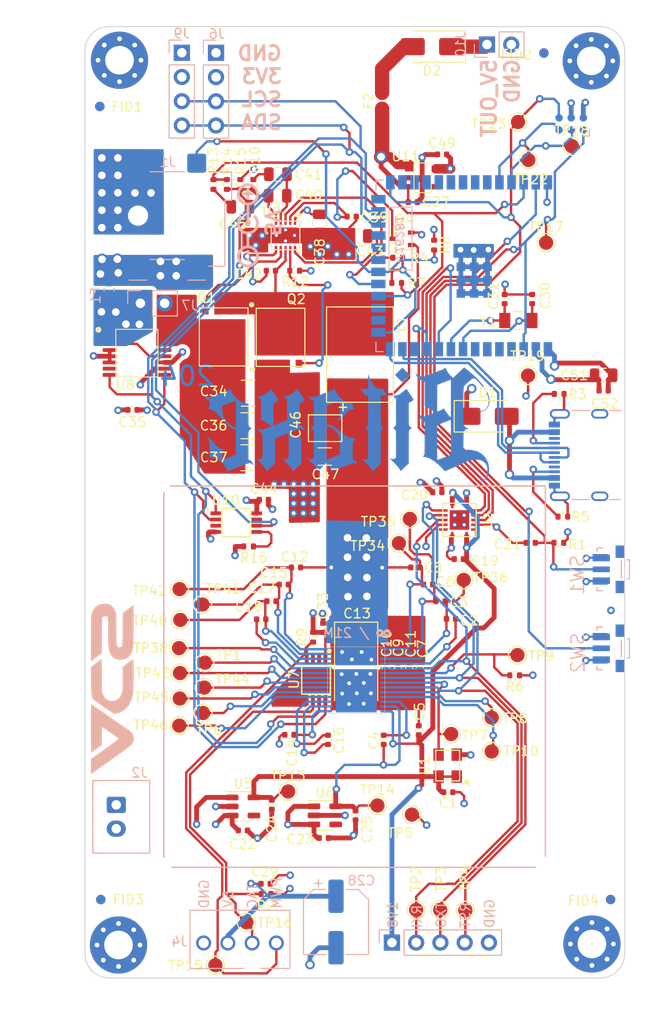
<source format=kicad_pcb>
(kicad_pcb (version 20240108) (generator "pcbnew") (generator_version "8.0")
  (layers (0 "F.Cu" signal) (1 "In1.Cu" signal) (2 "In2.Cu" signal) (31 "B.Cu" signal) (34 "B.Paste" user) (35 "F.Paste" user) (36 "B.SilkS" user "B.Silkscreen") (37 "F.SilkS" user "F.Silkscreen") (38 "B.Mask" user) (39 "F.Mask" user) (44 "Edge.Cuts" user))
  (net 0 "")
  (net 1 "GND")
  (net 2 "/Power/VIN")
  (net 3 "/BM1366/1V8")
  (net 4 "/BM1366/INV_CLKO")
  (net 5 "/VDD")
  (net 6 "/ESP32/EN")
  (net 7 "/5V")
  (net 8 "/3V3")
  (net 9 "/TX")
  (net 10 "/RX")
  (net 11 "/BM1366/VDD3_0")
  (net 12 "/BM1366/VDD2_0")
  (net 13 "/RST")
  (net 14 "/BM1366/PIN_MODE")
  (net 15 "/Fan/FAN_TACH")
  (net 16 "/SCL")
  (net 17 "/Fan/FAN_PWM")
  (net 18 "/Power/OUT0")
  (net 19 "/Power/SW")
  (net 20 "/BM1366/0V8")
  (net 21 "/BM1366/VDD1_0")
  (net 22 "/BM1366/VDD1_1")
  (net 23 "/BM1366/VDD2_1")
  (net 24 "/BM1366/VDD3_1")
  (net 25 "Net-(Q4-D)")
  (net 26 "Net-(U9-COMP)")
  (net 27 "Net-(U9-BOOT)")
  (net 28 "Net-(C41-Pad2)")
  (net 29 "Net-(U9-BP)")
  (net 30 "/BM1366/CI")
  (net 31 "Net-(C45-Pad1)")
  (net 32 "/BM1366/RO")
  (net 33 "/BM1366/RST_N")
  (net 34 "Net-(Q1-G)")
  (net 35 "Net-(Q2-G)")
  (net 36 "/BM1366/RI")
  (net 37 "Net-(U10-FS0)")
  (net 38 "Net-(U12-GPIO19{slash}U1RTS{slash}ADC2_CH8{slash}CLK_OUT2{slash}USB_D-)")
  (net 39 "Net-(U12-GPIO20{slash}U1CTS{slash}ADC2_CH9{slash}CLK_OUT1{slash}USB_D+)")
  (net 44 "/BM1366/CLKI")
  (net 45 "/BM1366/NRSTO")
  (net 46 "/BM1366/BO")
  (net 47 "/BM1366/CLKO")
  (net 48 "/BM1366/CO")
  (net 49 "/ESP32/P_TX")
  (net 50 "/ESP32/P_RX")
  (net 51 "/ESP32/IO0")
  (net 52 "/ESP32/XIN32")
  (net 54 "/BM1366/ADDR0")
  (net 55 "/ESP32/XOUT32")
  (net 56 "/Power/PGOOD")
  (net 60 "/Power/OUT1")
  (net 62 "/ESP32/PWR_EN")
  (net 64 "/SDA")
  (net 78 "/BM1366/BI")
  (net 79 "/PLUG_SENSE")
  (net 80 "/BM1366/ADDR1")
  (net 81 "Net-(D1-Pad2)")
  (net 87 "Net-(J8-CC1)")
  (net 88 "Net-(J8-CC2)")
  (net 92 "Net-(U14-VDDIO_18_1)")
  (net 93 "Net-(U14-VDDIO_08_1)")
  (net 94 "Net-(D2-Pad2)")
  (net 95 "/ESP32/5V_OUT")
  (net 96 "/Power/VIN_FUSED")
  (footprint "Capacitor_SMD:C_0805_2012Metric" (layer "F.Cu") (at 105.864 69.487 180)
    (property "Reference" "C43")
    (property "Value" "10uF")
  )
  (footprint "Capacitor_SMD:C_0402_1005Metric" (layer "F.Cu") (at 116.356 103.365 180)
    (property "Reference" "C19")
    (property "Value" "0.1uF")
  )
  (footprint "Diode_SMD:D_SMA" (layer "F.Cu") (at 119.38 88.392)
    (property "Reference" "D1")
    (property "Value" "SS310")
  )
  (footprint "Package_SO:TSSOP-16_4.4x5mm_P0.65mm" (layer "F.Cu") (at 82.64 81.77)
    (property "Reference" "U8")
    (property "Value" "INA260")
  )
  (footprint "Capacitor_SMD:C_0402_1005Metric" (layer "F.Cu") (at 112.268 114.6556 -90)
    (property "Reference" "C7")
    (property "Value" "0.1uF")
  )
  (footprint "Fiducial:Fiducial_1mm_Mask2mm" (layer "F.Cu") (at 125.2728 50.292)
    (property "Reference" "FID2")
    (property "Value" "Fiducial")
  )
  (footprint "Fiducial:Fiducial_1mm_Mask2mm" (layer "F.Cu") (at 132.2578 139.065)
    (property "Reference" "FID4")
    (property "Value" "Fiducial")
  )
  (footprint "Resistor_SMD:R_0402_1005Metric" (layer "F.Cu") (at 90.6496 64.079 -90)
    (property "Reference" "R13")
    (property "Value" "1.33k")
  )
  (footprint "Fiducial:Fiducial_1mm_Mask2mm" (layer "F.Cu") (at 78.8416 139.065)
    (property "Reference" "FID3")
    (property "Value" "Fiducial")
  )
  (footprint "Resistor_SMD:R_0402_1005Metric" (layer "F.Cu") (at 122.207 115.554 180)
    (property "Reference" "R6")
    (property "Value" "10k")
  )
  (footprint "Capacitor_SMD:C_0402_1005Metric" (layer "F.Cu") (at 115.25 127.81 180)
    (property "Reference" "C1")
    (property "Value" "0.1uF")
  )
  (footprint "TestPoint:TestPoint_Pad_D1.5mm" (layer "F.Cu") (at 87.0458 112.6998)
    (property "Reference" "TP38")
    (property "Value" "TestPoint")
  )
  (footprint "Package_TO_SOT_SMD:SOT-323_SC-70" (layer "F.Cu") (at 110.37 69.78 180)
    (property "Reference" "Q4")
    (property "Value" "2N7002K")
  )
  (footprint "Capacitor_SMD:C_0805_2012Metric" (layer "F.Cu") (at 97.4054 63.0058 180)
    (property "Reference" "C41")
    (property "Value" "1.5nF")
  )
  (footprint "TestPoint:TestPoint_Pad_D1.5mm" (layer "F.Cu") (at 123.61 84.12)
    (property "Reference" "TP19")
    (property "Value" "TestPoint")
  )
  (footprint "Resistor_SMD:R_0402_1005Metric" (layer "F.Cu") (at 113.77 70.44 -90)
    (property "Reference" "R8")
    (property "Value" "1M")
  )
  (footprint "Capacitor_SMD:C_0402_1005Metric" (layer "F.Cu") (at 114.44 107.79 180)
    (property "Reference" "C3")
    (property "Value" "1uF")
  )
  (footprint "MountingHole:MountingHole_3.5mm" (layer "F.Cu") (at 84.71 94.91)
    (property "Reference" "H6" (hide yes))
    (property "Value" "MountingHole")
  )
  (footprint "Resistor_SMD:R_0402_1005Metric" (layer "F.Cu") (at 127.254 98.91 180)
    (property "Reference" "R5")
    (property "Value" "5.1k")
  )
  (footprint "Capacitor_SMD:C_0805_2012Metric" (layer "F.Cu") (at 101.783 68.1616 -90)
    (property "Reference" "C38")
    (property "Value" "1uF")
  )
  (footprint "TestPoint:TestPoint_Pad_D1.5mm" (layer "F.Cu") (at 111.225 99.15)
    (property "Reference" "TP35")
    (property "Value" "TestPoint")
  )
  (footprint "TestPoint:TestPoint_Pad_D1.5mm" (layer "F.Cu") (at 111.44 130.16)
    (property "Reference" "TP5")
    (property "Value" "TestPoint")
  )
  (footprint "Capacitor_SMD:C_0402_1005Metric" (layer "F.Cu") (at 105.54 130.24 -90)
    (property "Reference" "C25")
    (property "Value" "1uF")
  )
  (footprint "Capacitor_SMD:C_0805_2012Metric" (layer "F.Cu") (at 93.472 66.42)
    (property "Reference" "C45")
    (property "Value" "470pF")
  )
  (footprint "bitaxe:SC32S-7PF20PPM" (layer "F.Cu") (at 122.595 78.349 180)
    (property "Reference" "Y1")
    (property "Value" "32.768kHz")
  )
  (footprint "TestPoint:TestPoint_Pad_D1.5mm" (layer "F.Cu") (at 94.107 141.4526)
    (property "Reference" "TP16")
    (property "Value" "TestPoint")
  )
  (footprint "TestPoint:TestPoint_Pad_D1.5mm" (layer "F.Cu") (at 90.8558 145.9484)
    (property "Reference" "TP15")
    (property "Value" "TestPoint")
  )
  (footprint "Package_TO_SOT_SMD:SOT-23-5" (layer "F.Cu") (at 93.753 129.308)
    (property "Reference" "U5")
    (property "Value" "MCP1824T-1802E")
  )
  (footprint "Capacitor_SMD:C_0805_2012Metric" (layer "F.Cu") (at 131.53 84.09)
    (property "Reference" "C51")
    (property "Value" "10uF")
  )
  (footprint "TestPoint:TestPoint_Pad_D1.5mm" (layer "F.Cu") (at 119.8 119.99)
    (property "Reference" "TP8")
    (property "Value" "TestPoint")
  )
  (footprint "TestPoint:TestPoint_Pad_D1.5mm" (layer "F.Cu") (at 122.556 57.528)
    (property "Reference" "TP23")
    (property "Value" "TestPoint")
  )
  (footprint "Diode_SMD:D_SMA" (layer "F.Cu") (at 113.54 49.63 180)
    (property "Reference" "D2")
    (property "Value" "SS310")
  )
  (footprint "Package_TO_SOT_SMD:SOT-23-5" (layer "F.Cu") (at 102.32 130.24)
    (property "Reference" "U6")
    (property "Value" "MCP1824T-0802E")
  )
  (footprint "MountingHole:MountingHole_3.5mm" (layer "F.Cu") (at 125.82 136)
    (property "Reference" "H5" (hide yes))
    (property "Value" "MountingHole")
  )
  (footprint "TestPoint:TestPoint_Pad_D1.5mm" (layer "F.Cu") (at 89.7636 114.2238)
    (property "Reference" "TP1")
    (property "Value" "TestPoint")
  )
  (footprint "" (layer "F.Cu") (at 84.79 136.04)
    (property "Reference" "")
    (property "Value" "")
  )
  (footprint "Capacitor_SMD:C_0402_1005Metric" (layer "F.Cu") (at 108.485 122.318 90)
    (property "Reference" "C4")
    (property "Value" "1uF")
  )
  (footprint "TestPoint:TestPoint_Pad_D1.5mm" (layer "F.Cu") (at 87.1474 115.316)
    (property "Reference" "TP43")
    (property "Value" "TestPoint")
  )
  (footprint "Package_SO:TSSOP-8_3x3mm_P0.65mm" (layer "F.Cu") (at 101.3968 116.0272 -90)
    (property "Reference" "U7")
    (property "Value" "EMC2101")
  )
  (footprint "Capacitor_SMD:C_0402_1005Metric" (layer "F.Cu") (at 99.3 104.24 180)
    (property "Reference" "C12")
    (property "Value" "1uF")
  )
  (footprint "Capacitor_SMD:C_0402_1005Metric" (layer "F.Cu") (at 131.53 85.7)
    (property "Reference" "C52")
    (property "Value" "0.1uF")
  )
  (footprint "Resistor_SMD:R_0402_1005Metric" (layer "F.Cu") (at 126.837 101.658 180)
    (property "Reference" "R1")
    (property "Value" "10k")
  )
  (footprint "MountingHole:MountingHole_3mm_Pad_Via" (layer "F.Cu") (at 130.23501 51.12099)
    (property "Reference" "H7")
    (property "Value" "MountingHole_Pad")
  )
  (footprint "Capacitor_SMD:C_0402_1005Metric" (layer "F.Cu") (at 124.043 76.096 90)
    (property "Reference" "C30")
    (property "Value" "6.8pF")
  )
  (footprint "Fiducial:Fiducial_1mm_Mask2mm" (layer "F.Cu") (at 78.74 55.9054)
    (property "Reference" "FID1")
    (property "Value" "Fiducial")
  )
  (footprint "bitaxe:TXB0104" (layer "F.Cu") (at 116.422 99.265 -90)
    (property "Reference" "U2")
    (property "Value" "TXB0104RGYR")
  )
  (footprint "Resistor_SMD:R_0402_1005Metric" (layer "F.Cu") (at 94.8288 64.0836 -90)
    (property "Reference" "R10")
    (property "Value" "3.83k")
  )
  (footprint "TestPoint:TestPoint_Pad_D1.5mm" (layer "F.Cu") (at 87.1 106.51)
    (property "Reference" "TP42")
    (property "Value" "TestPoint")
  )
  (footprint "TestPoint:TestPoint_Pad_D1.5mm" (layer "F.Cu") (at 125.5 70.19)
    (property "Reference" "TP17")
    (property "Value" "TestPoint")
  )
  (footprint "bitaxe:FP1005R1-R15-R" (layer "F.Cu") (at 106.0006 81.9214 -90)
    (property "Reference" "L1")
    (property "Value" "150nH")
  )
  (footprint "Resistor_SMD:R_0402_1005Metric" (layer "F.Cu") (at 93.465 64.079 90)
    (property "Reference" "R15")
    (property "Value" "3.32k")
  )
  (footprint "Capacitor_SMD:C_0402_1005Metric" (layer "F.Cu") (at 98.01 106.04 180)
    (property "Reference" "C15")
    (property "Value" "1uF")
  )
  (footprint "Resistor_SMD:R_0402_1005Metric" (layer "F.Cu") (at 94.33 102.04 180)
    (property "Reference" "R16")
    (property "Value" "80.6k")
  )
  (footprint "MountingHole:MountingHole_3mm_Pad_Via" (layer "F.Cu") (at 130.302 143.728)
    (property "Reference" "H9")
    (property "Value" "MountingHole_Pad")
  )
  (footprint "Capacitor_SMD:C_0402_1005Metric" (layer "F.Cu") (at 102.646 122.318 90)
    (property "Reference" "C16")
    (property "Value" "1uF")
  )
  (footprint "Capacitor_SMD:C_0402_1005Metric" (layer "F.Cu") (at 114.6 60.93 180)
    (property "Reference" "C49")
    (property "Value" "1uF")
  )
  (footprint "Capacitor_SMD:C_0402_1005Metric" (layer "F.Cu") (at 95.659 109.681 180)
    (property "Reference" "C18")
    (property "Value" "1uF")
  )
  (footprint "TestPoint:TestPoint_Pad_D1.5mm" (layer "F.Cu") (at 128.2 60.06)
    (property "Reference" "TP18")
    (property "Value" "TestPoint")
  )
  (footprint "Capacitor_SMD:C_0805_2012Metric" (layer "F.Cu") (at 97.383 65.268 180)
    (property "Reference" "C40")
    (property "Value" "180pF")
  )
  (footprint "Package_SO:TSSOP-8_3x3mm_P0.65mm" (layer "F.Cu") (at 93.04 99.54)
    (property "Reference" "U10")
    (property "Value" "DS4432U+")
  )
  (footprint "TestPoint:TestPoint_Pad_D1.5mm" (layer "F.Cu") (at 116.87 105.55)
    (property "Reference" "TP36")
    (property "Value" "TestPoint")
  )
  (footprint "Capacitor_SMD:C_0402_1005Metric" (layer "F.Cu") (at 105.13 67.45)
    (property "Reference" "C39")
    (property "Value" "3.3nF")
  )
  (footprint "TestPoint:TestPoint_Pad_D1.5mm" (layer "F.Cu") (at 89.6874 116.84)
    (property "Reference" "TP44")
    (property "Value" "TestPoint")
  )
  (footprint "MountingHole:MountingHole_3mm_Pad_Via" (layer "F.Cu") (at 80.70501 143.83099)
    (property "Reference" "H10")
    (property "Value" "MountingHole_Pad")
  )
  (footprint "Capacitor_SMD:C_0402_1005Metric" (layer "F.Cu") (at 121.159 76.105 90)
    (property "Reference" "C31")
    (property "Value" "6.8pF")
  )
  (footprint "Capacitor_SMD:C_0402_1005Metric" (layer "F.Cu") (at 82.17 87.72 180)
    (property "Reference" "C35")
    (property "Value" "1uF")
  )
  (footprint "Capacitor_SMD:C_0402_1005Metric" (layer "F.Cu") (at 108.712 114.681 -90)
    (property "Reference" "C10")
    (property "Value" "1uF")
  )
  (footprint "Capacitor_SMD:C_0402_1005Metric" (layer "F.Cu") (at 111.1504 114.7064 -90)
    (property "Reference" "C11")
    (property "Value" "1uF")
  )
  (footprint "Resistor_SMD:R_0402_1005Metric" (layer "F.Cu") (at 92.0573 64.079 -90)
    (property "Reference" "R14")
    (property "Value" "4.99k")
  )
  (footprint "Capacitor_SMD:C_0402_1005Metric" (layer "F.Cu") (at 98.612 121.788 180)
    (property "Reference" "C14")
    (property "Value" "1uF")
  )
  (footprint "Capacitor_Tantalum_SMD:CP_EIA-7343-31_Kemet-D_Pad2.25x2.55mm_HandSolder" (layer "F.Cu") (at 105.6 114.56 -90)
    (property "Reference" "C13")
    (property "Value" "330uF")
  )
  (footprint "bitaxe:CSD17311Q5" (layer "F.Cu") (at 97.6816 80.1102 -90)
    (property "Reference" "Q2")
    (property "Value" "CSD17311Q5")
  )
  (footprint "Capacitor_SMD:C_0402_1005Metric" (layer "F.Cu") (at 102.1334 110.5662 90)
    (property "Reference" "C33")
    (property "Value" "0.1uF")
  )
  (footprint "Resistor_SMD:R_0402_1005Metric" (layer "F.Cu") (at 96.15 138.48)
    (property "Reference" "R2")
    (property "Value" "5.6k")
  )
  (footprint "TestPoint:TestPoint_Pad_D1.5mm" (layer "F.Cu") (at 114.41 140.15)
    (property "Reference" "TP3")
    (property "Value" "TestPoint")
  )
  (footprint "TestPoint:TestPoint_Pad_D1.5mm" (layer "F.Cu") (at 89.5 108.13)
    (property "Reference" "TP41")
    (property "Value" "TestPoint")
  )
  (footprint "Capacitor_SMD:C_0402_1005Metric" (layer "F.Cu") (at 95.93 97.14)
    (property "Reference" "C44")
    (property "Value" "1uF")
  )
  (footprint "bitaxe:TPS40305" (layer "F.Cu") (at 98.201691 69.4222 -90)
    (property "Reference" "U9")
    (property "Value" "TPS40305")
  )
  (footprint "TestPoint:TestPoint_Pad_D1.5mm" (layer "F.Cu") (at 110.075 101.7)
    (property "Reference" "TP34")
    (property "Value" "TestPoint")
  )
  (footprint "TestPoint:TestPoint_Pad_D1.5mm" (layer "F.Cu") (at 87.0712 120.8278)
    (property "Reference" "TP46")
    (property "Value" "TestPoint")
  )
  (footprint "MountingHole:MountingHole_3mm_Pad_Via" (layer "F.Cu") (at 80.808 51.054)
    (property "Reference" "H8" (hide yes))
    (property "Value" "MountingHole_Pad")
  )
  (footprint "Capacitor_SMD:C_0402_1005Metric" (layer "F.Cu") (at 93.733 131.818)
    (property "Reference" "C22")
    (property "Value" "1uF")
  )
  (footprint "TestPoint:TestPoint_Pad_D1.5mm" (layer "F.Cu") (at 119.8 123.54)
    (property "Reference" "TP10")
    (property "Value" "TestPoint")
  )
  (footprint "Capacitor_SMD:C_0402_1005Metric" (layer "F.Cu") (at 123.89 101.66 180)
    (property "Reference" "C21")
    (property "Value" "1uF")
  )
  (footprint "Capacitor_SMD:C_0402_1005Metric" (layer "F.Cu") (at 113.14 106.03 180)
    (property "Reference" "C6")
    (property "Value" "1uF")
  )
  (footprint "bitaxe:CAP_2R5TPE220MAFB" (layer "F.Cu") (at 102.3516 89.6402 180)
    (property "Reference" "C46")
    (property "Value" "220uF")
  )
  (footprint "bitaxe:CSD17311Q5" (layer "F.Cu") (at 91.719887 80.066364 90)
    (property "Reference" "Q1")
    (property "Value" "CSD17311Q5")
  )
  (footprint "Capacitor_SMD:C_0402_1005Metric" (layer "F.Cu") (at 96.6698 73.128)
    (property "Reference" "C42")
    (property "Value" "0.1uF")
  )
  (footprint "TestPoint:TestPoint_Pad_D1.5mm" (layer "F.Cu") (at 115.56 121.71)
    (property "Reference" "TP7")
    (property "Value" "TestPoint")
  )
  (footprint "Capacitor_SMD:C_1210_3225Metric" (layer "F.Cu") (at 94.2816 85.9702)
    (property "Reference" "C34")
    (property "Value" "47uF")
  )
  (footprint "TestPoint:TestPoint_Pad_D1.5mm" (layer "F.Cu") (at 87.18 109.74)
    (property "Reference" "TP40")
    (property "Value" "TestPoint")
  )
  (footprint "TestPoint:TestPoint_Pad_D1.5mm" (layer "F.Cu") (at 117.04 140.19 90)
    (property "Reference" "TP4")
    (property "Value" "TestPoint")
  )
  (footprint "bitaxe:O 25,0-JO32-B-1V3-1-T1-LF" (layer "F.Cu") (at 115.19 125.02 90)
    (property "Reference" "U1")
    (property "Value" "25MHz")
  )
  (footprint "TestPoint:TestPoint_Pad_D1.5mm" (layer "F.Cu") (at 98.473 127.736)
    (property "Reference" "TP13")
    (property "Value" "TestPoint")
  )
  (footprint "Resistor_SMD:R_0402_1005Metric" (layer "F.Cu") (at 99.1602 73.1234)
    (property "Reference" "R12")
    (property "Value" "4.12k")
  )
  (footprint "Resistor_SMD:R_0402_1005Metric" (layer "F.Cu") (at 109.955 71.76 180)
    (property "Reference" "R4")
    (property "Value" "10k")
  )
  (footprint "Capacitor_SMD:C_0402_1005Metric" (layer "F.Cu") (at 115.54 109.624 180)
    (property "Reference" "C2")
    (property "Value" "1uF")
  )
  (footprint "Resistor_SMD:R_0402_1005Metric" (layer "F.Cu") (at 109.85 74.41)
    (property "Reference" "R7")
    (property "Value" "10k")
  )
  (footprint "Fuse:Fuse_0603_1608Metric" (layer "F.Cu") (at 108.32 55.3475 90)
    (property "Reference" "F2")
    (property "Value" "5v 1A")
  )
  (footprint "Capacitor_SMD:C_0402_1005Metric" (layer "F.Cu") (at 102.21 132.61)
    (property "Reference" "C23")
    (property "Value" "1uF")
  )
  (footprint "TestPoint:TestPoint_Pad_D1.5mm" (layer "F.Cu") (at 89.5604 119.507)
    (property "Reference" "TP6")
    (property "Value" "TestPoint")
  )
  (footprint "Capacitor_SMD:C_0402_1005Metric" (layer "F.Cu") (at 112.16 121.32 90)
    (property "Reference" "C5")
    (property "Value" "1uF")
  )
  (footprint "TestPoint:TestPoint_Pad_D1.5mm" (layer "F.Cu") (at 122.5 113.43)
    (property "Reference" "TP9")
    (property "Value" "TestPoint")
  )
  (footprint "Resistor_SMD:R_0402_1005Metric" (layer "F.Cu") (at 101.092 111.5568 90)
    (property "Reference" "R9")
    (property "Value" "10k")
  )
  (footprint "Capacitor_SMD:C_0402_1005Metric" (layer "F.Cu") (at 96.73 107.78 180)
    (property "Reference" "C17")
    (property "Value" "1uF")
  )
  (footprint "Capacitor_SMD:C_0402_1005Metric" (layer "F.Cu") (at 111.81 104.24 180)
    (property "Reference" "C8")
    (property "Value" "1uF")
  )
  (footprint "Capacitor_SMD:C_0402_1005Metric" (layer "F.Cu") (at 96.12 137.41)
    (property "Reference" "C29")
    (property "Value" "0.1uF")
  )
  (footprint "TestPoint:TestPoint_Pad_D1.5mm" (layer "F.Cu") (at 107.83 129.2)
    (property "Reference" "TP14")
    (property "Value" "TestPoint")
  )
  (footprint "TestPoint:TestPoint_Pad_D1.5mm" (layer "F.Cu") (at 87.122 117.983)
    (property "Reference" "TP45")
    (property "Value" "TestPoint")
  )
  (footprint "Resistor_SMD:R_0402_1005Metric" (layer "F.Cu") (at 126.872 86.047 180)
    (property "Reference" "R3")
    (property "Value" "5.1k")
  )
  (footprint "Capacitor_SMD:C_0402_1005Metric" (layer "F.Cu") (at 111.531 65.931)
    (property "Reference" "C27")
    (property "Value" "1uF")
  )
  (footprint "TestPoint:TestPoint_Pad_D1.5mm" (layer "F.Cu") (at 123.64 61.51)
    (property "Reference" "TP22")
    (property "Value" "TestPoint")
  )
  (footprint "TestPoint:TestPoint_Pad_D1.5mm" (layer "F.Cu") (at 111.89 140.15)
    (property "Reference" "TP2")
    (property "Value" "TestPoint")
  )
  (footprint "Capacitor_SMD:C_0402_1005Metric" (layer "F.Cu") (at 114.102 96.355 180)
    (property "Reference" "C20")
    (property "Value" "0.1uF")
  )
  (footprint "Capacitor_SMD:C_1206_3216Metric" (layer "F.Cu") (at 102.3116 92.6102 180)
    (property "Reference" "C47")
    (property "Value" "100uF")
  )
  (footprint "Capacitor_SMD:C_0402_1005Metric" (layer "F.Cu") (at 96.763 129.118 -90)
    (property "Reference" "C24")
    (property "Value" "1uF")
  )
  (footprint "Capacitor_SMD:C_1210_3225Metric" (layer "F.Cu") (at 94.2416 89.3802)
    (property "Reference" "C36")
    (property "Value" "47uF")
  )
  (footprint "Capacitor_SMD:C_0402_1005Metric" (layer "F.Cu") (at 109.982 114.71 -90)
    (property "Reference" "C9")
    (property "Value" "0.1uF")
  )
  (footprint "bitaxe:RT9080-33GJ5" (layer "F.Cu") (at 112.563 63.38)
    (property "Reference" "U11")
    (property "Value" "RT9080-33GJ5")
  )
  (footprint "Capacitor_SMD:C_1210_3225Metric" (layer "F.Cu") (at 94.2416 92.7402)
    (property "Reference" "C37")
    (property "Value" "47uF")
  )
  (footprint "bitaxe:470531000" (layer "B.Cu") (at 89.621 143.622)
    (property "Reference" "J4")
    (property "Value" "Conn_01x04")
  )
  (footprint "Connector_PinSocket_2.54mm:PinSocket_1x04_P2.54mm_Vertical" (layer "B.Cu") (at 87.34 50.27 180)
    (property "Reference" "J9")
    (property "Value" "Conn_01x04")
  )
  (footprint "Fiducial:Fiducial_1mm_Mask2mm" (layer "B.Cu") (at 132.26 139.06 180)
    (property "Reference" "FID7" (hide yes))
    (property "Value" "Fiducial")
  )
  (footprint "Connector_PinHeader_2.54mm:PinHeader_1x02_P2.54mm_Vertical" (layer "B.Cu") (at 83 76.54 -90)
    (property "Reference" "J7")
    (property "Value" "Conn_01x02")
  )
  (footprint "Connector_PinSocket_2.54mm:PinSocket_1x04_P2.54mm_Vertical" (layer "B.Cu") (at 90.92 50.28 180)
    (property "Reference" "J6")
    (property "Value" "Conn_01x04")
  )
  (footprint "Connector_PinHeader_2.54mm:PinHeader_1x05_P2.54mm_Vertical" (layer "B.Cu") (at 109.35 143.58 -90)
    (property "Reference" "J3" (hide yes))
    (property "Value" "Conn_01x05")
  )
  (footprint "Connector_USB:USB_C_Receptacle_GCT_USB4105-xx-A_16P_TopMnt_Horizontal" (layer "B.Cu") (at 130.048 92.456 -90)
    (property "Reference" "J8" (hide yes))
    (property "Value" "USB_C_Receptacle_USB2.0")
  )
  (footprint "bitaxe:ESP32-S3-WROOM-1" (layer "B.Cu") (at 117.43 72.61 90)
    (property "Reference" "U12" (hide yes))
    (property "Value" "ESP32-S3-WROOM-1")
  )
  (footprint "bitaxe:Tag-Connect_TC2030-IDC-NL_2x03_P1.27mm_Vertical" (layer "B.Cu") (at 128.13 57.73 180)
    (property "Reference" "J5" (hide yes))
    (property "Value" "TC2030-IDC")
  )
  (footprint "bitaxe:logo" (layer "B.Cu") (at 105.131305 89.685804 180)
    (property "Reference" "G***" (hide yes))
    (property "Value" "LOGO" (hide yes))
  )
  (footprint "Connector_PinSocket_2.54mm:PinSocket_1x02_P2.54mm_Vertical" (layer "B.Cu") (at 119.31 49.41 -90)
    (property "Reference" "J10")
    (property "Value" "Conn_01x02")
  )
  (footprint "bitaxe:logo-fcu" (layer "B.Cu") (at 105.131305 89.685804 180)
    (property "Reference" "G***" (hide yes))
    (property "Value" "LOGO" (hide yes))
  )
  (footprint "Fiducial:Fiducial_1mm_Mask2mm" (layer "B.Cu") (at 78.85 139.07 180)
    (property "Reference" "FID8" (hide yes))
    (property "Value" "Fiducial")
  )
  (footprint "LOGO" (layer "B.Cu") (at 80.089513 117.001796 90)
    (property "Reference" "G***" (hide yes))
    (property "Value" "LOGO" (hide yes))
  )
  (footprint "bitaxe:BM1366" (layer "B.Cu") (at 105.612 116.068 180)
    (property "Reference" "U14" (hide yes))
    (property "Value" "BM1366_mode1")
  )
  (footprint "Capacitor_SMD:CP_Elec_6.3x7.7" (layer "B.Cu") (at 103.49 141.42 -90)
    (property "Reference" "C28")
    (property "Value" "220uF")
  )
  (footprint "bitaxe:BarrelJack_Wuerth_694106106102_2.0x5.5mm" (layer "B.Cu") (at 85.825 67.35 90)
    (property "Reference" "J1")
    (property "Value" "54-00164")
  )
  (footprint "bitaxe:SW_TL3340AF160QG" (layer "B.Cu") (at 132.18 104.44 -90)
    (property "Reference" "SW1")
    (property "Value" "GT-TC029B-H025-L1N")
  )
  (footprint "Fuse:Fuse_0603_1608Metric" (layer "B.Cu") (at 79.7 75.1125 -90)
    (property "Reference" "F1")
    (property "Value" "5v 5a")
  )
  (footprint "bitaxe:polarity" (layer "B.Cu") (at 94.265 68.155 90)
    (property "Reference" "U3" (hide yes))
    (property "Value" "~")
  )
  (footprint "Fiducial:Fiducial_1mm_Mask2mm" (layer "B.Cu") (at 125.27 50.31 180)
    (property "Reference" "FID5" (hide yes))
    (property "Value" "Fiducial")
  )
  (footprint "bitaxe:JST_XH_B2B-XH-A_1x02_P2.50mm_Vertical" (layer "B.Cu") (at 80.47 129.14 -90)
    (property "Reference" "J2")
    (property "Value" "Conn_01x02")
  )
  (footprint "bitaxe:SW_TL3340AF160QG" (layer "B.Cu") (at 132.18 112.72 -90)
    (property "Reference" "SW2")
    (property "Value" "GT-TC029B-H025-L1N")
  )
  (footprint "Fiducial:Fiducial_1mm_Mask2mm" (layer "B.Cu") (at 78.75 55.9 180)
    (property "Reference" "FID6" (hide yes))
    (property "Value" "Fiducial")
  )
  (gr_rect (start 85.45 95.7) (end 125.43 135.69) (stroke (width 0.15)) (fill none) (layer "B.SilkS"))
  (gr_line (start 79.729 47.522) (end 131.192 47.522) (stroke (width 0.1)) (layer "Edge.Cuts"))
  (gr_arc (start 133.732 144.744) (mid 132.988051 146.540051) (end 131.192 147.284) (stroke (width 0.1)) (layer "Edge.Cuts"))
  (gr_arc (start 131.192 47.522) (mid 132.988051 48.265949) (end 133.732 50.062) (stroke (width 0.1)) (layer "Edge.Cuts"))
  (gr_arc (start 77.189 50.062) (mid 77.932949 48.265949) (end 79.729 47.522) (stroke (width 0.1)) (layer "Edge.Cuts"))
  (gr_line (start 131.192 147.284) (end 79.729 147.284) (stroke (width 0.1)) (layer "Edge.Cuts"))
  (gr_line (start 133.732 50.062) (end 133.732 144.744) (stroke (width 0.1)) (layer "Edge.Cuts"))
  (gr_arc (start 79.729 147.284) (mid 77.932949 146.540051) (end 77.189 144.744) (stroke (width 0.1)) (layer "Edge.Cuts"))
  (gr_line (start 77.189 144.744) (end 77.189 50.062) (stroke (width 0.1)) (layer "Edge.Cuts"))
  (gr_text "204" (at 90.95 85.35 0) (layer "B.Cu") (effects (font (size 2 2) (thickness 0.3)) (justify left bottom mirror)))
  (gr_text "5V_OUT\nGND\n\n" (at 125.23 50.77 90) (layer "B.SilkS") (effects (font (size 1.5 1.5) (thickness 0.3) (bold yes)) (justify left bottom mirror)))
  (gr_text "RST" (at 117.0475 140.699666 90) (layer "B.SilkS") (effects (font (size 1 1)) (justify mirror)))
  (gr_text "5V" (at 92.209 139.018 90) (layer "B.SilkS") (effects (font (size 1 1)) (justify mirror)))
  (gr_text "1V8" (at 109.45 140.675857 90) (layer "B.SilkS") (effects (font (size 1 1)) (justify mirror)))
  (gr_text "/ 21M" (at 104.55 111.11 0) (layer "B.SilkS") (effects (font (size 1 1)) (justify mirror)))
  (gr_text "∞" (at 108.47 110.96 0) (layer "B.SilkS") (effects (font (size 2 2) (thickness 0.25)) (justify mirror)))
  (gr_text "5V" (at 95.925 69.675 -90) (layer "B.SilkS") (effects (font (size 1.5 1.5) (thickness 0.3) (bold yes)) (justify left bottom mirror)))
  (gr_text "RXI" (at 111.9825 140.842524 90) (layer "B.SilkS") (effects (font (size 1 1)) (justify mirror)))
  (gr_text "PWM" (at 97.265 138.363 90) (layer "B.SilkS") (effects (font (size 1 1)) (justify mirror)))
  (gr_text "GND" (at 119.58 140.533 90) (layer "B.SilkS") (effects (font (size 1 1)) (justify mirror)))
  (gr_text "TXO" (at 114.515 140.675857 90) (layer "B.SilkS") (effects (font (size 1 1)) (justify mirror)))
  (gr_text "GND\n3V3\nSCL\nSDA" (at 97.98 58.45 0) (layer "B.SilkS") (effects (font (size 1.5 1.5) (thickness 0.3) (bold yes)) (justify left bottom mirror)))
  (gr_text "TAC" (at 94.7325 138.696333 90) (layer "B.SilkS") (effects (font (size 1 1)) (justify mirror)))
  (gr_text "GND" (at 89.6675 138.482048 90) (layer "B.SilkS") (effects (font (size 1 1)) (justify mirror)))
  (gr_text_box "716281" (start 109.05 66.4575) (end 111.45 73.0825) (angle -90) (layer "B.SilkS") (effects (font (size 1 1) (thickness 0.1) (italic yes)) (justify top mirror)) (border yes) (stroke (width 0.1)))
  (segment (start 90.897 129.309) (end 90.898 129.308) (width 0.508) (layer "F.Cu") (net 1))
  (segment (start 112.513 63.759) (end 112.513 65.429) (width 0.508) (layer "F.Cu") (net 1))
  (segment (start 96.763 129.768) (end 96.763 131.278) (width 0.508) (layer "F.Cu") (net 1))
  (segment (start 112.513 65.429) (end 112.011 65.931) (width 0.508) (layer "F.Cu") (net 1))
  (segment (start 116.91 128.21) (end 116.91 128.99) (width 0.254) (layer "F.Cu") (net 1))
  (segment (start 111.18905 63.376) (end 111.18505 63.38) (width 0.508) (layer "F.Cu") (net 1))
  (segment (start 118.107 99.765) (end 120.075 99.765) (width 0.254) (layer "F.Cu") (net 1))
  (segment (start 121.159 74.598) (end 121.21 74.547) (width 0.254) (layer "F.Cu") (net 1))
  (segment (start 90.89 100.515) (end 90.215 100.515) (width 0.508) (layer "F.Cu") (net 1))
  (segment (start 112.9225 101.108938) (end 114.266438 99.765) (width 0.254) (layer "F.Cu") (net 1))
  (segment (start 117.602 123.903) (end 117.569 123.87) (width 0.508) (layer "F.Cu") (net 1))
  (segment (start 111.88 130.16) (end 112.98 131.26) (width 0.254) (layer "F.Cu") (net 1))
  (segment (start 115.13 103.06) (end 115.13 102.6317) (width 0.254) (layer "F.Cu") (net 1))
  (segment (start 90.13 101.01989) (end 90.360055 101.249945) (width 0.508) (layer "F.Cu") (net 1))
  (segment (start 115.5737 102.188) (end 115.5737 101.0483) (width 0.508) (layer "F.Cu") (net 1))
  (segment (start 122.717 115.554) (end 124.094 115.554) (width 0.254) (layer "F.Cu") (net 1))
  (segment (start 102.86 132.61) (end 105.04 132.61) (width 0.508) (layer "F.Cu") (net 1))
  (segment (start 115.13 102.6317) (end 115.5737 102.188) (width 0.254) (layer "F.Cu") (net 1))
  (segment (start 95.179 111.194) (end 96.109 112.124) (width 0.254) (layer "F.Cu") (net 1))
  (segment (start 97.494 136.516) (end 96.6 137.41) (width 0.254) (layer "F.Cu") (net 1))
  (segment (start 112.16 118.803) (end 112.158 118.801) (width 0.254) (layer "F.Cu") (net 1))
  (segment (start 100.8426 73.1234) (end 100.8506 73.1314) (width 0.254) (layer "F.Cu") (net 1))
  (segment (start 104.914 68.586) (end 104.914 69.487) (width 0.254) (layer "F.Cu") (net 1))
  (segment (start 90.13 100.6) (end 90.13 101.01989) (width 0.508) (layer "F.Cu") (net 1))
  (segment (start 120.075 99.765) (end 120.31 100) (width 0.254) (layer "F.Cu") (net 1))
  (segment (start 121.168 75.616) (end 121.159 75.625) (width 0.254) (layer "F.Cu") (net 1))
  (segment (start 110.856 121.838) (end 110.862 121.832) (width 0.254) (layer "F.Cu") (net 1))
  (segment (start 112.512 61.25) (end 112.812 60.95) (width 0.508) (layer "F.Cu") (net 1))
  (segment (start 116.02 109.624) (end 116.02 111.630284) (width 0.254) (layer "F.Cu") (net 1))
  (segment (start 114.1 60.95) (end 114.12 60.93) (width 0.508) (layer "F.Cu") (net 1))
  (segment (start 127.382 87.697) (end 126.943 88.136) (width 0.254) (layer "F.Cu") (net 1))
  (segment (start 96.4 97.7) (end 96.84 98.14) (width 0.508) (layer "F.Cu") (net 1))
  (segment (start 101.242 122.727) (end 99.393 122.727) (width 0.254) (layer "F.Cu") (net 1))
  (segment (start 127.764 97.597) (end 126.943 96.776) (width 0.254) (layer "F.Cu") (net 1))
  (segment (start 96.4 97.31) (end 96.4 97.7) (width 0.508) (layer "F.Cu") (net 1))
  (segment (start 78.125 82.095) (end 78.09 82.06) (width 0.508) (layer "F.Cu") (net 1))
  (segment (start 95.461 132.62) (end 95.015 132.62) (width 0.508) (layer "F.Cu") (net 1))
  (segment (start 94.89 62.47) (end 94.564 62.47) (width 0.254) (layer "F.Cu") (net 1))
  (segment (start 115.9 127.81) (end 116.51 127.81) (width 0.254) (layer "F.Cu") (net 1))
  (segment (start 105.61 67.45) (end 105.61 67.89) (width 0.254) (layer "F.Cu") (net 1))
  (segment (start 80.66 87.76) (end 80.7 87.72) (width 0.508) (layer "F.Cu") (net 1))
  (segment (start 127.764 98.91) (end 127.764 97.597) (width 0.254) (layer "F.Cu") (net 1))
  (segment (start 126.38 83.11) (end 126.68 82.81) (width 0.508) (layer "F.Cu") (net 1))
  (segment (start 105.54 132.11) (end 105.54 130.89) (width 0.508) (layer "F.Cu") (net 1))
  (segment (start 117.569 123.87) (end 116.14 123.87) (width 0.508) (layer "F.Cu") (net 1))
  (segment (start 124.094 115.554) (end 124.109 115.539) (width 0.254) (layer "F.Cu") (net 1))
  (segment (start 96.783 131.298) (end 95.461 132.62) (width 0.508) (layer "F.Cu") (net 1))
  (segment (start 112.513 63.759) (end 112.513 61.251) (width 0.508) (layer "F.Cu") (net 1))
  (segment (start 92.94 102.96) (end 92.91 102.99) (width 0.508) (layer "F.Cu") (net 1))
  (segment (start 121.159 75.625) (end 121.159 74.598) (width 0.254) (layer "F.Cu") (net 1))
  (segment (start 102.131 121.838) (end 101.242 122.727) (width 0.254) (layer "F.Cu") (net 1))
  (segment (start 131.2 82.81) (end 132.48 84.09) (width 0.508) (layer "F.Cu") (net 1))
  (segment (start 112.9225 102.037) (end 112.9225 101.108938) (width 0.254) (layer "F.Cu") (net 1))
  (segment (start 101.1825 130.24) (end 104.43 130.24) (width 0.508) (layer "F.Cu") (net 1))
  (segment (start 105.04 132.61) (end 105.54 132.11) (width 0.508) (layer "F.Cu") (net 1))
  (segment (start 115.876 103.365) (end 115.435 103.365) (width 0.254) (layer "F.Cu") (net 1))
  (segment (start 80.7 87.72) (end 81.69 87.72) (width 0.508) (layer "F.Cu") (net 1))
  (segment (start 112.13 63.376) (end 111.18905 63.376) (width 0.508) (layer "F.Cu") (net 1))
  (segment (start 127.382 86.047) (end 127.382 87.697) (width 0.254) (layer "F.Cu") (net 1))
  (segment (start 112.24 69.13) (end 111.37 69.13) (width 0.254) (layer "F.Cu") (net 1))
  (segment (start 92.94 102.04) (end 92.94 102.96) (width 0.508) (layer "F.Cu") (net 1))
  (segment (start 115.435 103.365) (end 115.13 103.06) (width 0.254) (layer "F.Cu") (net 1))
  (segment (start 95.179 109.681) (end 95.179 111.194) (width 0.254) (layer "F.Cu") (net 1))
  (segment (start 116.02 111.630284) (end 115.099642 112.550642) (width 0.254) (layer "F.Cu") (net 1))
  (segment (start 97.551 122.045) (end 97.551 122.747) (width 0.254) (layer "F.Cu") (net 1))
  (segment (start 112.592 95.325) (end 113.622 96.355) (width 0.508) (layer "F.Cu") (net 1))
  (segment (start 115.5737 101.0483) (end 115.672 100.95) (width 0.508) (layer "F.Cu") (net 1))
  (segment (start 90.898 129.308) (end 92.6155 129.308) (width 0.508) (layer "F.Cu") (net 1))
  (segment (start 105.61 67.89) (end 104.914 68.586) (width 0.254) (layer "F.Cu") (net 1))
  (segment (start 95.015 132.62) (end 94.213 131.818) (width 0.508) (layer "F.Cu") (net 1))
  (segment (start 108.485 121.838) (end 110.856 121.838) (width 0.254) (layer "F.Cu") (net 1))
  (segment (start 123.41 101.66) (end 121.97 101.66) (width 0.254) (layer "F.Cu") (net 1))
  (segment (start 132.01 84.56) (end 132.01 85.7) (width 0.508) (layer "F.Cu") (net 1))
  (segment (start 102.0826 109.0676) (end 102.1334 109.1184) (width 0.508) (layer "F.Cu") (net 1))
  (segment (start 111.44 130.16) (end 111.88 130.16) (width 0.254) (layer "F.Cu") (net 1))
  (segment (start 90.215 100.515) (end 90.13 100.6) (width 0.508) (layer "F.Cu") (net 1))
  (segment (start 97.808 121.788) (end 97.551 122.045) (width 0.254) (layer "F.Cu") (net 1))
  (segment (start 126.68 82.81) (end 131.2 82.81) (width 0.508) (layer "F.Cu") (net 1))
  (segment (start 94.564 62.47) (end 93.465 63.569) (width 0.254) (layer "F.Cu") (net 1))
  (segment (start 112.812 60.95) (end 114.1 60.95) (width 0.508) (layer "F.Cu") (net 1))
  (segment (start 112.318 95.325) (end 112.592 95.325) (width 0.508) (layer "F.Cu") (net 1))
  (segment (start 112.16 120.84) (end 112.16 118.803) (width 0.254) (layer "F.Cu") (net 1))
  (segment (start 79.7775 82.095) (end 78.125 82.095) (width 0.508) (layer "F.Cu") (net 1))
  (segment (start 116.51 127.81) (end 116.91 128.21) (width 0.254) (layer "F.Cu") (net 1))
  (segment (start 86.306158 82.745) (end 85.5025 82.745) (width 0.508) (layer "F.Cu") (net 1))
  (segment (start 112.513 61.251) (end 112.512 61.25) (width 0.508) (layer "F.Cu") (net 1))
  (segment (start 92.94 102.04) (end 93.82 102.04) (width 0.508) (layer "F.Cu") (net 1))
  (segment (start 99.6702 73.1234) (end 100.8426 73.1234) (width 0.254) (layer "F.Cu") (net 1))
  (segment (start 79.7775 81.445) (end 79.7775 82.095) (width 0.4) (layer "F.Cu") (net 1))
  (segment (start 87.414791 81.636367) (end 86.306158 82.745) (width 0.508) (layer "F.Cu") (net 1))
  (segment (start 96.763 131.278) (end 96.783 131.298) (width 0.508) (layer "F.Cu") (net 1))
  (segment (start 114.266438 99.765) (end 114.737 99.765) (width 0.254) (layer "F.Cu") (net 1))
  (segment (start 102.1334 109.1184) (end 102.1334 110.0862) (width 0.508) (layer "F.Cu") (net 1))
  (segment (start 98.682 136.516) (end 97.494 136.516) (width 0.254) (layer "F.Cu") (net 1))
  (segment (start 98.132 121.788) (end 97.808 121.788) (width 0.254) (layer "F.Cu") (net 1))
  (segment (start 112.46 69.35) (end 112.24 69.13) (width 0.254) (layer "F.Cu") (net 1))
  (segment (start 112.513 63.759) (end 112.13 63.376) (width 0.508) (layer "F.Cu") (net 1))
  (segment (start 79.7775 82.745) (end 79.7775 82.095) (width 0.4) (layer "F.Cu") (net 1))
  (segment (start 102.646 121.838) (end 102.131 121.838) (width 0.254) (layer "F.Cu") (net 1))
  (segment (start 121.97 101.66) (end 120.31 100) (width 0.254) (layer "F.Cu") (net 1))
  (segment (start 132.48 84.09) (end 132.01 84.56) (width 0.508) (layer "F.Cu") (net 1))
  (segment (start 124.043 75.616) (end 121.168 75.616) (width 0.254) (layer "F.Cu") (net 1))
  (via (at 129.67 114) (size 0.8) (drill 0.4) (layers "F.Cu" "B.Cu") (net 1))
  (via (at 95.067 70.471) (size 0.8) (drill 0.4) (layers "F.Cu" "B.Cu") (net 1))
  (via (at 129.7 103.29) (size 0.8) (drill 0.4) (layers "F.Cu" "B.Cu") (net 1))
  (via (at 80.64 68.6075) (size 1.2) (drill 0.8) (layers "F.Cu" "B.Cu") (net 1))
  (via (at 80.64 63.125) (size 1.2) (drill 0.8) (layers "F.Cu" "B.Cu") (net 1))
  (via (at 78.09 82.06) (size 0.8) (drill 0.4) (layers "F.Cu" "B.Cu") (net 1))
  (via (at 100.8506 73.1314) (size 0.8) (drill 0.4) (layers "F.Cu" "B.Cu") (net 1))
  (via (at 80.64 64.9525) (size 1.2) (drill 0.8) (layers "F.Cu" "B.Cu") (net 1))
  (via (at 116.91 128.99) (size 0.8) (drill 0.4) (layers "F.Cu" "B.Cu") (net 1))
  (via (at 116.54 70.92) (size 1) (drill 0.6) (layers "F.Cu" "B.Cu") (net 1))
  (via (at 129.7 105.72) (size 0.8) (drill 0.4) (layers "F.Cu" "B.Cu") (net 1))
  (via (at 80.64 66.78) (size 1.2) (drill 0.8) (layers "F.Cu" "B.Cu") (net 1))
  (via (at 99.06 95.504) (size 0.8) (drill 0.4) (layers "F.Cu" "B.Cu") (net 1))
  (via (at 78.96 61.3) (size 1.2) (drill 0.8) (layers "F.Cu" "B.Cu") (net 1))
  (via (at 82.43 64.97) (size 1.2) (drill 0.8) (layers "F.Cu" "B.Cu") (net 1))
  (via (at 125.6 65.94) (size 0.8) (drill 0.4) (layers "F.Cu" "B.Cu") (net 1))
  (via (at 112.98 131.26) (size 0.8) (drill 0.4) (layers "F.Cu" "B.Cu") (net 1))
  (via (at 96.109 112.124) (size 0.8) (drill 0.4) (layers "F.Cu" "B.Cu") (net 1))
  (via (at 84.11 64.9675) (size 1.2) (drill 0.8) (layers "F.Cu" "B.Cu") (net 1))
  (via (at 99.06 97.536) (size 0.8) (drill 0.4) (layers "F.Cu" "B.Cu") (net 1))
  (via (at 112.46 69.35) (size 0.8) (drill 0.4) (layers "F.Cu" "B.Cu") (net 1))
  (via (at 100.076 97.536) (size 0.8) (drill 0.4) (layers "F.Cu" "B.Cu") (net 1))
  (via (at 106.396 118.533) (size 0.8) (drill 0.4) (layers "F.Cu" "B.Cu") (net 1))
  (via (at 97.028 95.504) (size 0.8) (drill 0.4) (layers "F.Cu" "B.Cu") (net 1))
  (via (at 110.862 121.832) (size 0.8) (drill 0.4) (layers "F.Cu" "B.Cu") (net 1))
  (via (at 98.044 95.504) (size 0.8) (drill 0.4) (layers "F.Cu" "B.Cu") (net 1))
  (via (at 78.96 64.955) (size 1.2) (drill 0.8) (layers "F.Cu" "B.Cu") (net 1))
  (via (at 104.082 115.436) (size 0.8) (drill 0.4) (layers "F.Cu" "B.Cu") (net 1))
  (via (at 98.682 136.516) (size 0.8) (drill 0.4) (layers "F.Cu" "B.Cu") (net 1))
  (via (at 101.092 95.504) (size 0.8) (drill 0.4) (layers "F.Cu" "B.Cu") (net 1))
  (via (at 99.393 122.727) (size 0.8) (drill 0.4) (layers "F.Cu" "B.Cu") (net 1))
  (via (at 106.408 116.351) (size 0.8) (drill 0.4) (layers "F.Cu" "B.Cu") (net 1))
  (via (at 128.12 55.55) (size 0.8) (drill 0.4) (layers "F.Cu" "B.Cu") (net 1))
  (via (at 78.96 66.7825) (size 1.2) (drill 0.8) (layers "F.Cu" "B.Cu") (net 1))
  (via (at 95.758 69.4314) (size 0.8) (drill 0.4) (layers "F.Cu" "B.Cu") (net 1))
  (via (at 100.765 145.89) (size 1) (drill 0.6) (layers "F.Cu" "B.Cu") (net 1))
  (via (at 94.89 62.47) (size 0.8) (drill 0.4) (layers "F.Cu" "B.Cu") (net 1))
  (via (at 94.411 69.401) (size 0.8) (drill 0.4) (layers "F.Cu" "B.Cu") (net 1))
  (via (at 101.092 98.552) (size 0.8) (drill 0.4) (layers "F.Cu" "B.Cu") (net 1))
  (via (at 105.673 117.442) (size 0.8) (drill 0.4) (layers "F.Cu" "B.Cu") (net 1))
  (via (at 80.66 87.76) (size 0.8) (drill 0.4) (layers "F.Cu" "B.Cu") (net 1))
  (via (at 101.092 96.52) (size 0.8) (drill 0.4) (layers "F.Cu" "B.Cu") (net 1))
  (via (at 97.551 122.747) (size 0.8) (drill 0.4) (layers "F.Cu" "B.Cu") (net 1))
  (via (at 124.109 115.539) (size 0.8) (drill 0.4) (layers "F.Cu" "B.Cu") (net 1))
  (via (at 117.91 70.95) (size 1) (drill 0.6) (layers "F.Cu" "B.Cu") (net 1))
  (via (at 90.360055 101.249945) (size 0.8) (drill 0.4) (layers "F.Cu" "B.Cu") (net 1))
  (via (at 100.076 96.52) (size 0.8) (drill 0.4) (layers "F.Cu" "B.Cu") (net 1))
  (via (at 117.602 123.903) (size 0.8) (drill 0.4) (layers "F.Cu" "B.Cu") (net 1))
  (via (at 101.779 71.402) (size 0.8) (drill 0.4) (layers "F.Cu" "B.Cu") (net 1))
  (via (at 104.855 118.563) (size 0.8) (drill 0.4) (layers "F.Cu" "B.Cu") (net 1))
  (via (at 104.132 117.472) (size 0.8) (drill 0.4) (layers "F.Cu" "B.Cu") (net 1))
  (via (at 121.21 74.547) (size 0.8) (drill 0.4) (layers "F.Cu" "B.Cu") (net 1))
  (via (at 100.076 98.552) (size 0.8) (drill 0.4) (layers "F.Cu" "B.Cu") (net 1))
  (via (at 102.625 70.567) (size 0.8) (drill 0.4) (layers "F.Cu" "B.Cu") (net 1))
  (via (at 100.076 95.504) (size 0.8) (drill 0.4) (layers "F.Cu" "B.Cu") (net 1))
  (via (at 112.9225 102.037) (size 0.8) (drill 0.4) (layers "F.Cu" "B.Cu") (net 1))
  (via (at 107.144 117.442) (size 0.8) (drill 0.4) (layers "F.Cu" "B.Cu") (net 1))
  (via (at 90.897 129.309) (size 0.8) (drill 0.4) (layers "F.Cu" "B.Cu") (net 1))
  (via (at 112.318 95.325) (size 0.8) (drill 0.4) (layers "F.Cu" "B.Cu") (net 1))
  (via (at 112.512 61.25) (size 0.8) (drill 0.4) (layers "F.Cu" "B.Cu") (net 1))
  (via (at 105.623 115.406) (size 0.8) (drill 0.4) (layers "F.Cu" "B.Cu") (net 1))
  (via (at 101.092 97.536) (size 0.8) (drill 0.4) (layers "F.Cu" "B.Cu") (net 1))
  (via (at 104.867 116.381) (size 0.8) (drill 0.4) (layers "F.Cu" "B.Cu") (net 1))
  (via (at 100.801 70.578) (size 0.8) (drill 0.4) (layers "F.Cu" "B.Cu") (net 1))
  (via (at 87.414791 81.636367) (size 0.8) (drill 0.4) (layers "F.Cu" "B.Cu") (net 1))
  (via (at 104.83 71.398) (size 0.8) (drill 0.4) (layers "F.Cu" "B.Cu") (net 1))
  (via (at 129.66 111.56) (size 0.8) (drill 0.4) (layers "F.Cu" "B.Cu") (net 1))
  (via (at 119.454234 70.914234) (size 1) (drill 0.6) (layers "F.Cu" "B.Cu") (net 1))
  (via (at 105.33 132.32) (size 0.8) (drill 0.4) (layers "F.Cu" "B.Cu") (net 1))
  (via (at 104.43 130.24) (size 0.8) (drill 0.4) (layers "F.Cu" "B.Cu") (net 1))
  (via (at 126.38 83.11) (size 1) (drill 0.6) (layers "F.Cu" "B.Cu") (net 1))
  (via (at 99.06 96.52) (size 0.8) (drill 0.4) (layers "F.Cu" "B.Cu") (net 1))
  (via (at 80.64 61.2975) (size 1.2) (drill 0.8) (layers "F.Cu" "B.Cu") (net 1))
  (via (at 115.5737 102.188) (size 0.8) (drill 0.4) (layers "F.Cu" "B.Cu") (net 1))
  (via (at 120.31 100) (size 0.8) (drill 0.4) (layers "F.Cu" "B.Cu") (net 1))
  (via (at 78.96 68.61) (size 1.2) (drill 0.8) (layers "F.Cu" "B.Cu") (net 1))
  (via (at 78.96 63.1275) (size 1.2) (drill 0.8) (layers "F.Cu" "B.Cu") (net 1))
  (via (at 103.584 71.41) (size 0.8) (drill 0.4) (layers "F.Cu" "B.Cu") (net 1))
  (via (at 102.0826 109.0676) (size 0.8) (drill 0.4) (layers "F.Cu" "B.Cu") (net 1))
  (via (at 96.84 98.14) (size 0.8) (drill 0.4) (layers "F.Cu" "B.Cu") (net 1))
  (via (at 132.297 108.743) (size 0.8) (drill 0.4) (layers "F.Cu" "B.Cu") (net 1))
  (via (at 92.91 102.99) (size 0.8) (drill 0.4) (layers "F.Cu" "B.Cu") (net 1))
  (via (at 95.26 132.63) (size 0.8) (drill 0.4) (layers "F.Cu" "B.Cu") (net 1))
  (via (at 107.094 115.406) (size 0.8) (drill 0.4) (layers "F.Cu" "B.Cu") (net 1))
  (via (at 115.099642 112.550642) (size 0.8) (drill 0.4) (layers "F.Cu" "B.Cu") (net 1))
  (via (at 99.06 98.552) (size 0.8) (drill 0.4) (layers "F.Cu" "B.Cu") (net 1))
  (segment (start 102.696 114.311) (end 99.4012 114.311) (width 0.254) (layer "B.Cu") (net 1))
  (segment (start 100.765 145.045) (end 100.765 145.89) (width 0.508) (layer "B.Cu") (net 1))
  (segment (start 108.528 114.311) (end 113.339284 114.311) (width 0.254) (layer "B.Cu") (net 1))
  (segment (start 129.725 111.495) (end 129.66 111.56) (width 0.254) (layer "B.Cu") (net 1))
  (segment (start 128.13 57.095) (end 128.13 55.56) (width 0.508) (layer "B.Cu") (net 1))
  (segment (start 126.368 89.256) (end 126.368 88.711) (width 0.254) (layer "B.Cu") (net 1))
  (segment (start 131.28 103.215) (end 129.775 103.215) (width 0.254) (layer "B.Cu") (net 1))
  (segment (start 110.156 118.327) (end 108.528 118.327) (width 0.254) (layer "B.Cu") (net 1))
  (segment (start 99.4012 114.311) (end 97.2142 112.124) (width 0.254) (layer "B.Cu") (net 1))
  (segment (start 132.241 108.799) (end 132.297 108.743) (width 0.254) (layer "B.Cu") (net 1))
  (segment (start 125.6 65.94) (end 125.6 63.95) (width 0.254) (layer "B.Cu") (net 1))
  (segment (start 117.91 70.95) (end 117.97 71.01) (width 0.254) (layer "B.Cu") (net 1))
  (segment (start 126.38 83.11) (end 126.38 82.05) (width 0.508) (layer "B.Cu") (net 1))
  (segment (start 132.345 108.695) (end 132.297 108.743) (width 0.254) (layer "B.Cu") (net 1))
  (segment (start 99.393 119.299) (end 100.374 118.318) (width 0.254) (layer "B.Cu") (net 1))
  (segment (start 129.725 113.945) (end 131.28 113.945) (width 0.254) (layer "B.Cu") (net 1))
  (segment (start 110.862 119.033) (end 110.156 118.327) (width 0.254) (layer "B.Cu") (net 1))
  (segment (start 101.69 144.12) (end 100.765 145.045) (width 0.508) (layer "B.Cu") (net 1))
  (segment (start 126.38 82.05) (end 125.69 81.36) (width 0.508) (layer "B.Cu") (net 1))
  (segment (start 129.755 105.665) (end 129.7 105.72) (width 0.254) (layer "B.Cu") (net 1))
  (segment (start 128.13 55.56) (end 128.12 55.55) (width 0.508) (layer "B.Cu") (net 1))
  (segment (start 131.28 105.665) (end 129.755 105.665) (width 0.254) (layer "B.Cu") (net 1))
  (segment (start 99.393 122.727) (end 99.393 119.299) (width 0.254) (layer "B.Cu") (net 1))
  (segment (start 125.6 63.95) (end 125.69 63.86) (width 0.254) (layer "B.Cu") (net 1))
  (segment (start 100.374 118.318) (end 102.696 118.318) (width 0.254) (layer "B.Cu") (net 1))
  (segment (start 113.339284 114.311) (end 115.099642 112.550642) (width 0.254) (layer "B.Cu") (net 1))
  (segment (start 103.49 144.12) (end 101.69 144.12) (width 0.508) (layer "B.Cu") (net 1))
  (segment (start 97.2142 112.124) (end 96.109 112.124) (width 0.254) (layer "B.Cu") (net 1))
  (segment (start 129.67 114) (end 129.725 113.945) (width 0.254) (layer "B.Cu") (net 1))
  (segment (start 129.775 103.215) (end 129.7 103.29) (width 0.254) (layer "B.Cu") (net 1))
  (segment (start 131.28 111.495) (end 129.725 111.495) (width 0.254) (layer "B.Cu") (net 1))
  (segment (start 119.454234 70.914234) (end 119.37 70.998468) (width 0.254) (layer "B.Cu") (net 1))
  (segment (start 110.862 121.832) (end 110.862 119.033) (width 0.254) (layer "B.Cu") (net 1))
  (segment (start 126.368 88.711) (end 126.943 88.136) (width 0.254) (layer "B.Cu") (net 1))
  (segment (start 126.368 95.656) (end 126.368 96.201) (width 0.254) (layer "B.Cu") (net 1))
  (segment (start 126.368 96.201) (end 126.943 96.776) (width 0.254) (layer "B.Cu") (net 1))
  (via (at 80.58 71.91) (size 1.2) (drill 0.8) (layers "F.Cu" "B.Cu") (net 2))
  (via (at 85.1 72.15) (size 1.2) (drill 0.8) (layers "F.Cu" "B.Cu") (net 2))
  (via (at 86.75 73.66) (size 1.2) (drill 0.8) (layers "F.Cu" "B.Cu") (net 2))
  (via (at 80.68 73.35) (size 1.2) (drill 0.8) (layers "F.Cu" "B.Cu") (net 2))
  (via (at 85.1 73.66) (size 1.2) (drill 0.8) (layers "F.Cu" "B.Cu") (net 2))
  (via (at 78.98 71.93) (size 1.2) (drill 0.8) (layers "F.Cu" "B.Cu") (net 2))
  (via (at 86.75 72.15) (size 1.2) (drill 0.8) (layers "F.Cu" "B.Cu") (net 2))
  (via (at 78.81 73.47) (size 1.2) (drill 0.8) (layers "F.Cu" "B.Cu") (net 2))
  (segment (start 94.8905 128.358) (end 96.653 128.358) (width 0.508) (layer "F.Cu") (net 3))
  (segment (start 117.172 102.173) (end 117.172 100.95) (width 0.508) (layer "F.Cu") (net 3))
  (segment (start 120.06 109.49) (end 120.06 106.46) (width 0.508) (layer "F.Cu") (net 3))
  (segment (start 117.183 103.583) (end 117.183 103.222) (width 0.508) (layer "F.Cu") (net 3))
  (segment (start 112.48 126.17) (end 112.48 122.88) (width 0.508) (layer "F.Cu") (net 3))
  (segment (start 117.183 103.222) (end 117.172 103.211) (width 0.508) (layer "F.Cu") (net 3))
  (segment (start 111.997 122.723) (end 112.16 122.56) (width 0.254) (layer "F.Cu") (net 3))
  (segment (start 112.48 126.17) (end 101.015 126.17) (width 0.508) (layer "F.Cu") (net 3))
  (segment (start 115.737362 96.829638) (end 115.672 96.895) (width 0.508) (layer "F.Cu") (net 3))
  (segment (start 116.14 126.17) (end 114.24 126.17) (width 0.254) (layer "F.Cu") (net 3))
  (segment (start 118.96 110.59) (end 120.06 109.49) (width 0.508) (layer "F.Cu") (net 3))
  (segment (start 96.653 128.358) (end 96.763 128.468) (width 0.508) (layer "F.Cu") (net 3))
  (segment (start 113.63 121.09) (end 113.63 115.16) (width 0.508) (layer "F.Cu") (net 3))
  (segment (start 112.48 127.04) (end 112.13 127.39) (width 0.508) (layer "F.Cu") (net 3))
  (segment (start 95.406 126.161) (end 95.415 126.17) (width 0.508) (layer "F.Cu") (net 3))
  (segment (start 118.2 110.59) (end 118.96 110.59) (width 0.508) (layer "F.Cu") (net 3))
  (segment (start 112.16 122.56) (end 113.63 121.09) (width 0.508) (layer "F.Cu") (net 3))
  (segment (start 112.48 126.17) (end 112.48 127.04) (width 0.508) (layer "F.Cu") (net 3))
  (segment (start 120.06 106.46) (end 117.183 103.583) (width 0.508) (layer "F.Cu") (net 3))
  (segment (start 114.6 127.81) (end 114.25 127.46) (width 0.508) (layer "F.Cu") (net 3))
  (segment (start 95.415 126.17) (end 101.015 126.17) (width 0.508) (layer "F.Cu") (net 3))
  (segment (start 94.8905 128.358) (end 94.8905 126.6765) (width 0.508) (layer "F.Cu") (net 3))
  (segment (start 114.25 126.18) (end 114.24 126.17) (width 0.508) (layer "F.Cu") (net 3))
  (segment (start 115.737362 96.385646) (end 115.737362 96.829638) (width 0.508) (layer "F.Cu") (net 3))
  (segment (start 115.672 96.895) (end 115.672 97.58) (width 0.508) (layer "F.Cu") (net 3))
  (segment (start 113.63 115.16) (end 118.2 110.59) (width 0.508) (layer "F.Cu") (net 3))
  (segment (start 112.48 122.88) (end 112.16 122.56) (width 0.508) (layer "F.Cu") (net 3))
  (segment (start 94.8905 126.6765) (end 95.406 126.161) (width 0.508) (layer "F.Cu") (net 3))
  (segment (start 117.172 103.211) (end 117.172 100.95) (width 0.508) (layer "F.Cu") (net 3))
  (segment (start 114.25 127.46) (end 114.25 126.18) (width 0.508) (layer "F.Cu") (net 3))
  (segment (start 97.67 127.85) (end 97.02 128.5) (width 0.254) (layer "F.Cu") (net 3))
  (segment (start 109.458 122.723) (end 111.997 122.723) (width 0.254) (layer "F.Cu") (net 3))
  (segment (start 112.16 121.97) (end 112.16 122.56) (width 0.508) (layer "F.Cu") (net 3))
  (segment (start 112.48 126.17) (end 114.24 126.17) (width 0.508) (layer "F.Cu") (net 3))
  (via (at 115.737362 96.385646) (size 0.8) (drill 0.4) (layers "F.Cu" "B.Cu") (net 3))
  (via (at 117.172 102.173) (size 0.8) (drill 0.4) (layers "F.Cu" "B.Cu") (net 3))
  (via (at 112.13 127.39) (size 0.8) (drill 0.4) (layers "F.Cu" "B.Cu") (net 3))
  (via (at 109.458 122.723) (size 0.8) (drill 0.4) (layers "F.Cu" "B.Cu") (net 3))
  (segment (start 109.35 143.58) (end 109.35 130.17) (width 0.508) (layer "B.Cu") (net 3))
  (segment (start 109.35 130.17) (end 112.13 127.39) (width 0.508) (layer "B.Cu") (net 3))
  (segment (start 118.302 98.950284) (end 118.302 101.043) (width 0.508) (layer "B.Cu") (net 3))
  (segment (start 109.45 122.715) (end 109.45 119.488) (width 0.254) (layer "B.Cu") (net 3))
  (segment (start 109.45 119.488) (end 109.293 119.331) (width 0.254) (layer "B.Cu") (net 3))
  (segment (start 118.302 101.043) (end 117.172 102.173) (width 0.508) (layer "B.Cu") (net 3))
  (segment (start 115.737362 96.385646) (end 118.302 98.950284) (width 0.508) (layer "B.Cu") (net 3))
  (segment (start 109.293 119.331) (end 108.528 119.331) (width 0.254) (layer "B.Cu") (net 3))
  (segment (start 109.458 122.723) (end 109.45 122.715) (width 0.254) (layer "B.Cu") (net 3))
  (segment (start 92.4306 118.7958) (end 91.7194 119.507) (width 0.254) (layer "F.Cu") (net 4))
  (segment (start 91.7194 119.507) (end 89.5604 119.507) (width 0.254) (layer "F.Cu") (net 4))
  (via (at 92.4306 118.7958) (size 0.8) (drill 0.4) (layers "F.Cu" "B.Cu") (net 4))
  (segment (start 102.696 117.318) (end 97.175536 117.318) (width 0.254) (layer "B.Cu") (net 4))
  (segment (start 97.175536 117.318) (end 95.697736 118.7958) (width 0.254) (layer "B.Cu") (net 4))
  (segment (start 95.697736 118.7958) (end 92.4306 118.7958) (width 0.254) (layer "B.Cu") (net 4))
  (segment (start 90.6496 63.569) (end 92.0573 63.569) (width 0.254) (layer "F.Cu") (net 5))
  (segment (start 105.69 61.79) (end 104.111983 61.79) (width 0.254) (layer "F.Cu") (net 5))
  (segment (start 111.14 84.37) (end 109.4286 86.0814) (width 0.254) (layer "F.Cu") (net 5))
  (segment (start 112.12 75.247) (end 112.12 77.12) (width 0.254) (layer "F.Cu") (net 5))
  (segment (start 113.74 67.09) (end 114.62 67.97) (width 0.254) (layer "F.Cu") (net 5))
  (segment (start 112.12 77.12) (end 111.14 78.1) (width 0.254) (layer "F.Cu") (net 5))
  (segment (start 114.62 67.97) (end 114.62 72.747) (width 0.254) (layer "F.Cu") (net 5))
  (segment (start 111.14 78.1) (end 111.14 84.37) (width 0.254) (layer "F.Cu") (net 5))
  (segment (start 108.36 104.24) (end 111.16 104.24) (width 0.254) (layer "F.Cu") (net 5))
  (segment (start 104.111383 61.7906) (end 91.9394 61.7906) (width 0.254) (layer "F.Cu") (net 5))
  (segment (start 120.2299 67.09) (end 112.51 67.09) (width 0.254) (layer "F.Cu") (net 5))
  (segment (start 103 104.24) (end 99.95 104.24) (width 0.254) (layer "F.Cu") (net 5))
  (segment (start 110.99 67.09) (end 105.69 61.79) (width 0.254) (layer "F.Cu") (net 5))
  (segment (start 121.1499 66.17) (end 120.2299 67.09) (width 0.254) (layer "F.Cu") (net 5))
  (segment (start 114.62 72.747) (end 112.12 75.247) (width 0.254) (layer "F.Cu") (net 5))
  (segment (start 112.51 67.09) (end 110.99 67.09) (width 0.254) (layer "F.Cu") (net 5))
  (segment (start 91.9394 61.7906) (end 90.6496 63.0804) (width 0.254) (layer "F.Cu") (net 5))
  (segment (start 90.6496 63.0804) (end 90.6496 63.569) (width 0.254) (layer "F.Cu") (net 5))
  (segment (start 109.4286 86.0814) (end 106.0006 86.0814) (width 0.254) (layer "F.Cu") (net 5))
  (segment (start 104.111983 61.79) (end 104.111383 61.7906) (width 0.254) (layer "F.Cu") (net 5))
  (segment (start 108.33 104.27) (end 108.36 104.24) (width 0.254) (layer "F.Cu") (net 5))
  (segment (start 112.51 67.09) (end 113.74 67.09) (width 0.254) (layer "F.Cu") (net 5))
  (via (at 121.1499 66.17) (size 0.8) (drill 0.4) (layers "F.Cu" "B.Cu") (net 5))
  (via (at 103 104.24) (size 0.8) (drill 0.4) (layers "F.Cu" "B.Cu") (net 5))
  (via (at 105.152 113.89) (size 0.8) (drill 0.4) (layers "F.Cu" "B.Cu") (net 5))
  (via (at 106.685 103.175) (size 1.2) (drill 0.8) (layers "F.Cu" "B.Cu") (net 5))
  (via (at 106.725 105.305) (size 1.2) (drill 0.8) (layers "F.Cu" "B.Cu") (net 5))
  (via (at 104.126 113.11) (size 0.8) (drill 0.4) (layers "F.Cu" "B.Cu") (net 5))
  (via (at 108.33 104.27) (size 0.8) (drill 0.4) (layers "F.Cu" "B.Cu") (net 5))
  (via (at 107.204 113.92) (size 0.8) (drill 0.4) (layers "F.Cu" "B.Cu") (net 5))
  (via (at 106.725 107.275) (size 1.2) (drill 0.8) (layers "F.Cu" "B.Cu") (net 5))
  (via (at 106.178 113.11) (size 0.8) (drill 0.4) (layers "F.Cu" "B.Cu") (net 5))
  (via (at 104.695 103.175) (size 1.2) (drill 0.8) (layers "F.Cu" "B.Cu") (net 5))
  (via (at 104.695 101.135) (size 1.2) (drill 0.8) (layers "F.Cu" "B.Cu") (net 5))
  (via (at 106.665 101.155) (size 1.2) (drill 0.8) (layers "F.Cu" "B.Cu") (net 5))
  (via (at 104.745 107.305) (size 1.2) (drill 0.8) (layers "F.Cu" "B.Cu") (net 5))
  (via (at 104.715 105.285) (size 1.2) (drill 0.8) (layers "F.Cu" "B.Cu") (net 5))
  (segment (start 123.15 65.45) (end 123.15 63.86) (width 0.254) (layer "B.Cu") (net 5))
  (segment (start 121.1499 66.17) (end 122.43 66.17) (width 0.254) (layer "B.Cu") (net 5))
  (segment (start 122.43 66.17) (end 123.15 65.45) (width 0.254) (layer "B.Cu") (net 5))
  (segment (start 124.37 101.66) (end 125.36 101.66) (width 0.254) (layer "F.Cu") (net 6))
  (segment (start 126.325 101.66) (end 126.327 101.658) (width 0.254) (layer "F.Cu") (net 6))
  (segment (start 125.36 101.66) (end 125.36 100.967) (width 0.254) (layer "F.Cu") (net 6))
  (segment (start 125.36 101.66) (end 126.325 101.66) (width 0.254) (layer "F.Cu") (net 6))
  (segment (start 125.65 67.76) (end 125.5 67.91) (width 0.254) (layer "F.Cu") (net 6))
  (segment (start 121.315 70.905) (end 122.1013 70.905) (width 0.254) (layer "F.Cu") (net 6))
  (segment (start 125.5 67.91) (end 125.5 70.19) (width 0.254) (layer "F.Cu") (net 6))
  (segment (start 114.907608 74.1836) (end 118.0364 74.1836) (width 0.254) (layer "F.Cu") (net 6))
  (segment (start 126.2606 104.1456) (end 126.2606 101.7244) (width 0.254) (layer "F.Cu") (net 6))
  (segment (start 126.293 104.178) (end 126.2606 104.1456) (width 0.254) (layer "F.Cu") (net 6))
  (segment (start 113.3837 75.707508) (end 114.907608 74.1836) (width 0.254) (layer "F.Cu") (net 6))
  (segment (start 118.0364 74.1836) (end 121.315 70.905) (width 0.254) (layer "F.Cu") (net 6))
  (segment (start 126.2606 101.7244) (end 126.327 101.658) (width 0.254) (layer "F.Cu") (net 6))
  (segment (start 125.36 100.967) (end 113.3837 88.9907) (width 0.254) (layer "F.Cu") (net 6))
  (segment (start 113.3837 88.9907) (end 113.3837 75.707508) (width 0.254) (layer "F.Cu") (net 6))
  (via (at 126.293 104.178) (size 0.8) (drill 0.4) (layers "F.Cu" "B.Cu") (net 6))
  (via (at 125.65 67.76) (size 0.8) (drill 0.4) (layers "F.Cu" "B.Cu") (net 6))
  (via (at 122.1013 70.905) (size 0.8) (drill 0.4) (layers "F.Cu" "B.Cu") (net 6))
  (segment (start 122.505 70.905) (end 122.1013 70.905) (width 0.254) (layer "B.Cu") (net 6))
  (segment (start 125.65 67.76) (end 122.505 70.905) (width 0.254) (layer "B.Cu") (net 6))
  (segment (start 126.4194 62.7406) (end 129.4 59.76) (width 0.254) (layer "B.Cu") (net 6))
  (segment (start 125.65 67.76) (end 123.3494 70.0606) (width 0.254) (layer "B.Cu") (net 6))
  (segment (start 125.65 67.76) (end 126.14 67.76) (width 0.254) (layer "B.Cu") (net 6))
  (segment (start 129.4 59.76) (end 129.4 58.365) (width 0.254) (layer "B.Cu") (net 6))
  (segment (start 126.4194 67.4806) (end 126.4194 62.7406) (width 0.254) (layer "B.Cu") (net 6))
  (segment (start 123.16 79.83) (end 123.16 81.1336) (width 0.254) (layer "B.Cu") (net 6))
  (segment (start 126.555 104.44) (end 126.293 104.178) (width 0.254) (layer "B.Cu") (net 6))
  (segment (start 123.3494 70.0606) (end 123.3494 79.6406) (width 0.254) (layer "B.Cu") (net 6))
  (segment (start 123.3494 79.6406) (end 123.16 79.83) (width 0.254) (layer "B.Cu") (net 6))
  (segment (start 126.14 67.76) (end 126.4194 67.4806) (width 0.254) (layer "B.Cu") (net 6))
  (segment (start 131.28 104.44) (end 126.555 104.44) (width 0.254) (layer "B.Cu") (net 6))
  (segment (start 109.971 62.002) (end 111.205 62.002) (width 1) (layer "F.Cu") (net 7))
  (segment (start 111.051 64.45385) (end 111.18505 64.3198) (width 0.254) (layer "F.Cu") (net 7))
  (segment (start 99.11 129.3) (end 98.45 129.96) (width 0.508) (layer "F.Cu") (net 7))
  (segment (start 89.893 128.358) (end 88.883 129.368) (width 0.508) (layer "F.Cu") (net 7))
  (segment (start 117.18 86.02) (end 117.18 88.392) (width 0.508) (layer "F.Cu") (net 7))
  (segment (start 101.1825 129.29) (end 100.683811 129.29) (width 0.508) (layer "F.Cu") (net 7))
  (segment (start 108.214845 61.185155) (end 108.214845 62.251845) (width 0.508) (layer "F.Cu") (net 7))
  (segment (start 108.32 56.135) (end 108.32 61.08) (width 1.5) (layer "F.Cu") (net 7))
  (segment (start 100.683811 129.29) (end 100.673811 129.3) (width 0.508) (layer "F.Cu") (net 7))
  (segment (start 93.253 131.818) (end 92.6155 131.1805) (width 0.508) (layer "F.Cu") (net 7))
  (segment (start 117.71 85.49) (end 117.18 86.02) (width 0.508) (layer "F.Cu") (net 7))
  (segment (start 98.46 131.19) (end 98.45 131.2) (width 0.508) (layer "F.Cu") (net 7))
  (segment (start 108.214845 61.185155) (end 109.154155 61.185155) (width 1) (layer "F.Cu") (net 7))
  (segment (start 100.0776 66.77) (end 99.201691 67.645909) (width 0.254) (layer "F.Cu") (net 7))
  (segment (start 94.58 137.39) (end 94.6 137.41) (width 0.254) (layer "F.Cu") (net 7))
  (segment (start 88.883 129.368) (end 88.883 131.168) (width 0.508) (layer "F.Cu") (net 7))
  (segment (start 109.154155 61.185155) (end 109.971 62.002) (width 1) (layer "F.Cu") (net 7))
  (segment (start 90.881 131.182) (end 91.805 130.258) (width 0.508) (layer "F.Cu") (net 7))
  (segment (start 99.201691 67.645909) (end 99.201691 68.0222) (width 0.254) (layer "F.Cu") (net 7))
  (segment (start 98.45 129.96) (end 98.45 131.2) (width 0.508) (layer "F.Cu") (net 7))
  (segment (start 92.6155 131.1805) (end 92.6155 130.258) (width 0.508) (layer "F.Cu") (net 7))
  (segment (start 100.9116 67.2116) (end 101.783 67.2116) (width 0.254) (layer "F.Cu") (net 7))
  (segment (start 100.673811 129.3) (end 99.11 129.3) (width 0.508) (layer "F.Cu") (net 7))
  (segment (start 101.1825 131.19) (end 98.46 131.19) (width 0.508) (layer "F.Cu") (net 7))
  (segment (start 111.051 65.931) (end 111.051 64.45385) (width 0.254) (layer "F.Cu") (net 7))
  (segment (start 108.32 61.08) (end 108.214845 61.185155) (width 1.5) (layer "F.Cu") (net 7))
  (segment (start 91.805 130.258) (end 92.6155 130.258) (width 0.508) (layer "F.Cu") (net 7))
  (segment (start 92.6155 128.358) (end 89.893 128.358) (width 0.508) (layer "F.Cu") (net 7))
  (segment (start 108.214845 62.251845) (end 110.2828 64.3198) (width 0.508) (layer "F.Cu") (net 7))
  (segment (start 101.1825 131.19) (end 101.1825 132.2325) (width 0.508) (layer "F.Cu") (net 7))
  (segment (start 94.6 137.41) (end 95.64 137.41) (width 0.254) (layer "F.Cu") (net 7))
  (segment (start 110.2828 64.3198) (end 111.18505 64.3198) (width 0.508) (layer "F.Cu") (net 7))
  (segment (start 100.47 66.77) (end 100.9116 67.2116) (width 0.254) (layer "F.Cu") (net 7))
  (segment (start 101.1825 132.2325) (end 101.56 132.61) (width 0.508) (layer "F.Cu") (net 7))
  (via (at 117.71 85.49) (size 1) (drill 0.6) (layers "F.Cu" "B.Cu") (net 7))
  (via (at 88.883 131.168) (size 0.8) (drill 0.4) (layers "F.Cu" "B.Cu") (net 7))
  (via (at 100.47 66.77) (size 0.8) (drill 0.4) (layers "F.Cu" "B.Cu") (net 7))
  (via (at 94.58 137.39) (size 0.8) (drill 0.4) (layers "F.Cu" "B.Cu") (net 7))
  (via (at 90.881 131.182) (size 0.8) (drill 0.4) (layers "F.Cu" "B.Cu") (net 7))
  (via (at 108.214845 61.185155) (size 1.2) (drill 0.8) (layers "F.Cu" "B.Cu") (net 7))
  (via (at 98.45 131.2) (size 0.8) (drill 0.4) (layers "F.Cu" "B.Cu") (net 7))
  (segment (start 92.161 142.859) (end 92.161 143.622) (width 0.508) (layer "B.Cu") (net 7))
  (segment (start 95.092 137.39) (end 96.29 138.588) (width 0.254) (layer "B.Cu") (net 7))
  (segment (start 95.56 139.45) (end 95.56 139.46) (width 0.508) (layer "B.Cu") (net 7))
  (segment (start 96.29 138.72) (end 95.56 139.45) (width 0.508) (layer "B.Cu") (net 7))
  (segment (start 94.58 137.39) (end 95.092 137.39) (width 0.254) (layer "B.Cu") (net 7))
  (segment (start 103.49 138.72) (end 96.29 138.72) (width 0.508) (layer "B.Cu") (net 7))
  (segment (start 96.29 138.588) (end 96.29 138.72) (width 0.254) (layer "B.Cu") (net 7))
  (segment (start 95.56 139.46) (end 92.161 142.859) (width 0.508) (layer "B.Cu") (net 7))
  (segment (start 126 84.5) (end 126.06 84.56) (width 0.508) (layer "F.Cu") (net 8))
  (segment (start 83.7 87.75) (end 83.67 87.72) (width 0.508) (layer "F.Cu") (net 8))
  (segment (start 95.44 97.31) (end 94.22 97.31) (width 0.508) (layer "F.Cu") (net 8))
  (segment (start 130.11 84.56) (end 130.58 84.09) (width 0.508) (layer "F.Cu") (net 8))
  (segment (start 101.092 109.0168) (end 101.092 111.0468) (width 0.508) (layer "F.Cu") (net 8))
  (segment (start 98.0761 138.5) (end 96.6 138.5) (width 0.254) (layer "F.Cu") (net 8))
  (segment (start 115.493 61.343) (end 115.08 60.93) (width 0.508) (layer "F.Cu") (net 8))
  (segment (start 113.77 69.93) (end 113.77 68.83) (width 0.254) (layer "F.Cu") (net 8))
  (segment (start 102.3718 113.8772) (end 102.3718 111.2846) (width 0.254) (layer "F.Cu") (net 8))
  (segment (start 127.766 100.521) (end 127.766 101.239) (width 0.254) (layer "F.Cu") (net 8))
  (segment (start 95.19 98.565) (end 95.19 97.56) (width 0.508) (layer "F.Cu") (net 8))
  (segment (start 110.465 73.015) (end 110.5 73.05) (width 0.254) (layer "F.Cu") (net 8))
  (segment (start 114.01 95.176) (end 114.582 95.748) (width 0.508) (layer "F.Cu") (net 8))
  (segment (start 109.34 73.29) (end 109.58 73.05) (width 0.254) (layer "F.Cu") (net 8))
  (segment (start 123.61 84.12) (end 123.61 86.044) (width 0.254) (layer "F.Cu") (net 8))
  (segment (start 82.99 85.09) (end 82.99 84.925) (width 0.508) (layer "F.Cu") (net 8))
  (segment (start 83.67 87.72) (end 82.65 87.72) (width 0.508) (layer "F.Cu") (net 8))
  (segment (start 109.58 73.05) (end 110.5 73.05) (width 0.254) (layer "F.Cu") (net 8))
  (segment (start 110.465 71.76) (end 110.465 73.015) (width 0.254) (layer "F.Cu") (net 8))
  (segment (start 115.493 62.44) (end 115.493 61.343) (width 0.508) (layer "F.Cu") (net 8))
  (segment (start 127.766 101.239) (end 127.347 101.658) (width 0.254) (layer "F.Cu") (net 8))
  (segment (start 113.94095 62.4402) (end 115.4928 62.4402) (width 1) (layer "F.Cu") (net 8))
  (segment (start 94.22 97.31) (end 94.1 97.19) (width 0.508) (layer "F.Cu") (net 8))
  (segment (start 115.4928 62.4402) (end 115.493 62.44) (width 1) (layer "F.Cu") (net 8))
  (segment (start 126.06 84.56) (end 130.11 84.56) (width 0.508) (layer "F.Cu") (net 8))
  (segment (start 102.1328 111.0468) (end 102.1334 111.0462) (width 0.508) (layer "F.Cu") (net 8))
  (segment (start 109.34 74.41) (end 109.34 73.29) (width 0.254) (layer "F.Cu") (net 8))
  (segment (start 101.092 111.0468) (end 102.1328 111.0468) (width 0.508) (layer "F.Cu") (net 8))
  (segment (start 117.172 96.434) (end 117.172 97.58) (width 0.508) (layer "F.Cu") (net 8))
  (segment (start 82.99 84.925) (end 84.52 83.395) (width 0.508) (layer "F.Cu") (net 8))
  (segment (start 98.662 137.9141) (end 98.0761 138.5) (width 0.254) (layer "F.Cu") (net 8))
  (segment (start 102.3718 111.2846) (end 102.1334 111.0462) (width 0.254) (layer "F.Cu") (net 8))
  (segment (start 95.19 97.56) (end 95.44 97.31) (width 0.508) (layer "F.Cu") (net 8))
  (segment (start 123.61 86.044) (end 123.394 86.26) (width 0.254) (layer "F.Cu") (net 8))
  (segment (start 84.52 83.395) (end 85.5025 83.395) (width 0.4) (layer "F.Cu") (net 8))
  (segment (start 131.05 84.56) (end 130.58 84.09) (width 0.508) (layer "F.Cu") (net 8))
  (segment (start 113.77 68.83) (end 113.75 68.81) (width 0.254) (layer "F.Cu") (net 8))
  (segment (start 131.05 85.7) (end 131.05 84.56) (width 0.508) (layer "F.Cu") (net 8))
  (segment (start 114.582 95.748) (end 114.582 96.355) (width 0.508) (layer "F.Cu") (net 8))
  (via (at 110.5 73.05) (size 0.8) (drill 0.4) (layers "F.Cu" "B.Cu") (net 8))
  (via (at 115.457 62.413) (size 0.8) (drill 0.4) (layers "F.Cu" "B.Cu") (net 8))
  (via (at 114.01 95.176) (size 0.8) (drill 0.4) (layers "F.Cu" "B.Cu") (net 8))
  (via (at 127.766 100.521) (size 0.8) (drill 0.4) (layers "F.Cu" "B.Cu") (net 8))
  (via (at 129.61 55.49) (size 0.8) (drill 0.4) (layers "F.Cu" "B.Cu") (net 8))
  (via (at 126 84.5) (size 1) (drill 0.6) (layers "F.Cu" "B.Cu") (net 8))
  (via (at 123.394 86.26) (size 0.8) (drill 0.4) (layers "F.Cu" "B.Cu") (net 8))
  (via (at 98.662 137.9141) (size 0.8) (drill 0.4) (layers "F.Cu" "B.Cu") (net 8))
  (via (at 117.172 96.434) (size 0.8) (drill 0.4) (layers "F.Cu" "B.Cu") (net 8))
  (via (at 83.7 87.75) (size 0.8) (drill 0.4) (layers "F.Cu" "B.Cu") (net 8))
  (via (at 113.75 68.81) (size 0.8) (drill 0.4) (layers "F.Cu" "B.Cu") (net 8))
  (via (at 101.092 109.0168) (size 0.8) (drill 0.4) (layers "F.Cu" "B.Cu") (net 8))
  (via (at 94.1 97.19) (size 0.8) (drill 0.4) (layers "F.Cu" "B.Cu") (net 8))
  (via (at 82.99 85.09) (size 0.8) (drill 0.4) (layers "F.Cu" "B.Cu") (net 8))
  (segment (start 109.275 79.595) (end 107.93 79.595) (width 0.254) (layer "B.Cu") (net 8))
  (segment (start 111.7994 77.0706) (end 109.275 79.595) (width 0.254) (layer "B.Cu") (net 8))
  (segment (start 111.7994 74.3494) (end 111.7994 77.0706) (width 0.254) (layer "B.Cu") (net 8))
  (segment (start 124.42 81.864736) (end 124.42 81.36) (width 0.508) (layer "B.Cu") (net 8))
  (segment (start 125.071664 82.5164) (end 124.42 81.864736) (width 0.508) (layer "B.Cu") (net 8))
  (segment (start 110.5 73.05) (end 111.7994 74.3494) (width 0.254) (layer "B.Cu") (net 8))
  (segment (start 129.4 55.7) (end 129.61 55.49) (width 0.508) (layer "B.Cu") (net 8))
  (segment (start 125.071664 83.571664) (end 125.071664 82.5164) (width 0.508) (layer "B.Cu") (net 8))
  (segment (start 129.4 57.095) (end 129.4 55.7) (width 0.508) (layer "B.Cu") (net 8))
  (segment (start 126 84.5) (end 125.071664 83.571664) (width 0.508) (layer "B.Cu") (net 8))
  (segment (start 115.206736 72.735) (end 112.5709 75.370836) (width 0.254) (layer "F.Cu") (net 9))
  (segment (start 112.5709 89.411164) (end 119.4942 96.334464) (width 0.254) (layer "F.Cu") (net 9))
  (segment (start 118.872 98.765) (end 118.107 98.765) (width 0.254) (layer "F.Cu") (net 9))
  (segment (start 112.5709 75.370836) (end 112.5709 89.411164) (width 0.254) (layer "F.Cu") (net 9))
  (segment (start 115.373021 72.735) (end 115.206736 72.735) (width 0.254) (layer "F.Cu") (net 9))
  (segment (start 119.4942 96.334464) (end 119.4942 98.1428) (width 0.254) (layer "F.Cu") (net 9))
  (segment (start 115.482566 72.844545) (end 115.373021 72.735) (width 0.254) (layer "F.Cu") (net 9))
  (segment (start 119.4942 98.1428) (end 118.872 98.765) (width 0.254) (layer "F.Cu") (net 9))
  (via (at 115.482566 72.844545) (size 0.8) (drill 0.4) (layers "F.Cu" "B.Cu") (net 9))
  (segment (start 115.4994 72.861379) (end 115.4994 78.3006) (width 0.254) (layer "B.Cu") (net 9))
  (segment (start 115.482566 72.844545) (end 115.4994 72.861379) (width 0.254) (layer "B.Cu") (net 9))
  (segment (start 114.26 79.54) (end 114.26 81.36) (width 0.254) (layer "B.Cu") (net 9))
  (segment (start 115.4994 78.3006) (end 114.26 79.54) (width 0.254) (layer "B.Cu") (net 9))
  (segment (start 119.0878 97.8092) (end 118.632 98.265) (width 0.254) (layer "F.Cu") (net 10))
  (segment (start 111.892 79.19) (end 112.1645 79.4625) (width 0.254) (layer "F.Cu") (net 10))
  (segment (start 112.1645 89.5795) (end 119.0878 96.5028) (width 0.254) (layer "F.Cu") (net 10))
  (segment (start 118.632 98.265) (end 118.107 98.265) (width 0.254) (layer "F.Cu") (net 10))
  (segment (start 112.1645 79.4625) (end 112.1645 89.5795) (width 0.254) (layer "F.Cu") (net 10))
  (segment (start 119.0878 96.5028) (end 119.0878 97.8092) (width 0.254) (layer "F.Cu") (net 10))
  (via (at 111.892 79.19) (size 0.8) (drill 0.4) (layers "F.Cu" "B.Cu") (net 10))
  (segment (start 112.47 79.19) (end 112.99 79.71) (width 0.254) (layer "B.Cu") (net 10))
  (segment (start 111.892 79.19) (end 112.47 79.19) (width 0.254) (layer "B.Cu") (net 10))
  (segment (start 112.99 79.71) (end 112.99 81.36) (width 0.254) (layer "B.Cu") (net 10))
  (segment (start 115.06 111.15) (end 115.07 111.16) (width 0.254) (layer "F.Cu") (net 11))
  (segment (start 115.09 109.65) (end 115.09 107.79) (width 0.254) (layer "F.Cu") (net 11))
  (segment (start 116.07 107.79) (end 116.88 106.98) (width 0.254) (layer "F.Cu") (net 11))
  (segment (start 116.88 106.98) (end 116.87 106.97) (width 0.254) (layer "F.Cu") (net 11))
  (segment (start 114.92 107.79) (end 116.07 107.79) (width 0.254) (layer "F.Cu") (net 11))
  (segment (start 115.06 109.624) (end 115.06 111.15) (width 0.254) (layer "F.Cu") (net 11))
  (segment (start 116.87 106.97) (end 116.87 105.55) (width 0.254) (layer "F.Cu") (net 11))
  (via (at 115.07 111.16) (size 0.8) (drill 0.4) (layers "F.Cu" "B.Cu") (net 11))
  (segment (start 108.528 113.809) (end 112.421 113.809) (width 0.254) (layer "B.Cu") (net 11))
  (segment (start 112.421 113.809) (end 115.07 111.16) (width 0.254) (layer "B.Cu") (net 11))
  (segment (start 111.73 102.86) (end 113.18 102.86) (width 0.254) (layer "F.Cu") (net 12))
  (segment (start 112.53 107.8) (end 113.78 107.8) (width 0.254) (layer "F.Cu") (net 12))
  (segment (start 113.6 103.28) (end 113.6 106.01) (width 0.254) (layer "F.Cu") (net 12))
  (segment (start 113.18 102.86) (end 113.6 103.28) (width 0.254) (layer "F.Cu") (net 12))
  (segment (start 111.225 102.355) (end 111.73 102.86) (width 0.254) (layer "F.Cu") (net 12))
  (segment (start 113.79 107.79) (end 113.79 106.03) (width 0.254) (layer "F.Cu") (net 12))
  (segment (start 113.6 106.01) (end 113.62 106.03) (width 0.254) (layer "F.Cu") (net 12))
  (segment (start 113.78 107.8) (end 113.79 107.79) (width 0.254) (layer "F.Cu") (net 12))
  (segment (start 111.225 99.15) (end 111.225 102.355) (width 0.254) (layer "F.Cu") (net 12))
  (via (at 112.53 107.8) (size 0.8) (drill 0.4) (layers "F.Cu" "B.Cu") (net 12))
  (segment (start 108.528 113.307) (end 111.629 113.307) (width 0.254) (layer "B.Cu") (net 12))
  (segment (start 111.629 113.307) (end 112.53 112.406) (width 0.254) (layer "B.Cu") (net 12))
  (segment (start 112.53 112.406) (end 112.53 107.8) (width 0.254) (layer "B.Cu") (net 12))
  (segment (start 112.9773 75.539172) (end 112.9773 89.242828) (width 0.254) (layer "F.Cu") (net 13))
  (segment (start 117.6928 73.7772) (end 114.739272 73.7772) (width 0.254) (layer "F.Cu") (net 13))
  (segment (start 114.739272 73.7772) (end 112.9773 75.539172) (width 0.254) (layer "F.Cu") (net 13))
  (segment (start 119.9006 96.1536) (end 119.9006 98.4764) (width 0.254) (layer "F.Cu") (net 13))
  (segment (start 117.713272 93.9788) (end 117.7258 93.9788) (width 0.254) (layer "F.Cu") (net 13))
  (segment (start 112.9773 89.242828) (end 117.713272 93.9788) (width 0.254) (layer "F.Cu") (net 13))
  (segment (start 117.7258 93.9788) (end 119.9006 96.1536) (width 0.254) (layer "F.Cu") (net 13))
  (segment (start 121.4224 70.0476) (end 117.6928 73.7772) (width 0.254) (layer "F.Cu") (net 13))
  (segment (start 119.9006 98.4764) (end 119.112 99.265) (width 0.254) (layer "F.Cu") (net 13))
  (segment (start 119.112 99.265) (end 118.107 99.265) (width 0.254) (layer "F.Cu") (net 13))
  (via (at 121.437 70.0379) (size 0.8) (drill 0.4) (layers "F.Cu" "B.Cu") (net 13))
  (segment (start 121.437 70.0379) (end 121.608917 70.0379) (width 0.254) (layer "B.Cu") (net 13))
  (segment (start 124.42 67.226817) (end 124.42 63.86) (width 0.254) (layer "B.Cu") (net 13))
  (segment (start 121.608917 70.0379) (end 124.42 67.226817) (width 0.254) (layer "B.Cu") (net 13))
  (segment (start 91.480645 121.097045) (end 91.2114 120.8278) (width 0.254) (layer "F.Cu") (net 14))
  (segment (start 91.2114 120.8278) (end 87.0712 120.8278) (width 0.254) (layer "F.Cu") (net 14))
  (via (at 91.480645 121.097045) (size 0.8) (drill 0.4) (layers "F.Cu" "B.Cu") (net 14))
  (segment (start 93.971227 121.097045) (end 91.480645 121.097045) (width 0.254) (layer "B.Cu") (net 14))
  (segment (start 97.250272 117.818) (end 93.971227 121.097045) (width 0.254) (layer "B.Cu") (net 14))
  (segment (start 102.696 117.818) (end 97.250272 117.818) (width 0.254) (layer "B.Cu") (net 14))
  (segment (start 100.8 119.375) (end 101.0718 119.1032) (width 0.254) (layer "F.Cu") (net 15))
  (segment (start 95.64 138.48) (end 92.02 138.48) (width 0.254) (layer "F.Cu") (net 15))
  (segment (start 88.2036 125.9692) (end 94.7978 119.375) (width 0.254) (layer "F.Cu") (net 15))
  (segment (start 101.0718 119.1032) (end 101.0718 118.1772) (width 0.254) (layer "F.Cu") (net 15))
  (segment (start 94.7978 119.375) (end 100.8 119.375) (width 0.254) (layer "F.Cu") (net 15))
  (segment (start 92.02 138.48) (end 92.001 138.499) (width 0.254) (layer "F.Cu") (net 15))
  (segment (start 94.701 143.622) (end 94.701 142.131) (width 0.254) (layer "F.Cu") (net 15))
  (segment (start 92.971 139.469) (end 92.971 140.401) (width 0.254) (layer "F.Cu") (net 15))
  (segment (start 91.98 135.225817) (end 88.2036 131.449417) (width 0.254) (layer "F.Cu") (net 15))
  (segment (start 94.701 142.131) (end 93.28 140.71) (width 0.254) (layer "F.Cu") (net 15))
  (segment (start 91.98 138.478) (end 91.98 135.225817) (width 0.254) (layer "F.Cu") (net 15))
  (segment (start 92.001 138.499) (end 91.98 138.478) (width 0.254) (layer "F.Cu") (net 15))
  (segment (start 88.2036 131.449417) (end 88.2036 125.9692) (width 0.254) (layer "F.Cu") (net 15))
  (segment (start 92.971 139.469) (end 92.001 138.499) (width 0.254) (layer "F.Cu") (net 15))
  (segment (start 92.971 140.401) (end 93.28 140.71) (width 0.254) (layer "F.Cu") (net 15))
  (segment (start 90.2312 99.215) (end 90.89 99.215) (width 0.254) (layer "F.Cu") (net 16))
  (segment (start 101.36 120.659) (end 102.3718 119.6472) (width 0.254) (layer "F.Cu") (net 16))
  (segment (start 89.58 98.5638) (end 90.2312 99.215) (width 0.254) (layer "F.Cu") (net 16))
  (segment (start 88.67 96.34) (end 89.58 97.25) (width 0.254) (layer "F.Cu") (net 16))
  (segment (start 85.5025 87.077088) (end 85.5025 84.045) (width 0.254) (layer "F.Cu") (net 16))
  (segment (start 102.3718 119.6472) (end 102.3718 118.1772) (width 0.254) (layer "F.Cu") (net 16))
  (segment (start 84.630946 87.948642) (end 85.5025 87.077088) (width 0.254) (layer "F.Cu") (net 16))
  (segment (start 97.7138 120.6754) (end 97.7302 120.659) (width 0.254) (layer "F.Cu") (net 16))
  (segment (start 97.7302 120.659) (end 101.36 120.659) (width 0.254) (layer "F.Cu") (net 16))
  (segment (start 89.58 97.25) (end 89.58 98.5638) (width 0.254) (layer "F.Cu") (net 16))
  (via (at 84.630946 87.948642) (size 0.8) (drill 0.4) (layers "F.Cu" "B.Cu") (net 16))
  (via (at 88.67 96.34) (size 0.8) (drill 0.4) (layers "F.Cu" "B.Cu") (net 16))
  (via (at 97.7138 120.6754) (size 0.8) (drill 0.4) (layers "F.Cu" "B.Cu") (net 16))
  (segment (start 88.664 96.346) (end 88.664 120.89) (width 0.254) (layer "B.Cu") (net 16))
  (segment (start 106.61 60.823264) (end 106.61 66.62) (width 0.254) (layer "B.Cu") (net 16))
  (segment (start 106.61 66.62) (end 106.885 66.895) (width 0.254) (layer "B.Cu") (net 16))
  (segment (start 106.073368 60.286632) (end 106.073368 58.003368) (width 0.254) (layer "B.Cu") (net 16))
  (segment (start 103.43 55.36) (end 90.92 55.36) (width 0.254) (layer "B.Cu") (net 16))
  (segment (start 87.65 90.99) (end 84.630946 87.970946) (width 0.254) (layer "B.Cu") (net 16))
  (segment (start 87.35 55.36) (end 87.34 55.35) (width 0.254) (layer "B.Cu") (net 16))
  (segment (start 106.885 66.895) (end 107.93 66.895) (width 0.254) (layer "B.Cu") (net 16))
  (segment (start 88.63 96.34) (end 87.65 95.36) (width 0.254) (layer "B.Cu") (net 16))
  (segment (start 101.671 59.26) (end 105.046736 59.26) (width 0.254) (layer "B.Cu") (net 16))
  (segment (start 106.073368 58.003368) (end 103.43 55.36) (width 0.254) (layer "B.Cu") (net 16))
  (segment (start 88.664 120.89) (end 90.854 123.08) (width 0.254) (layer "B.Cu") (net 16))
  (segment (start 88.67 96.34) (end 88.63 96.34) (width 0.254) (layer "B.Cu") (net 16))
  (segment (start 92.3132 73.8028) (end 92.3132 68.6178) (width 0.254) (layer "B.Cu") (net 16))
  (segment (start 99.068 61.863) (end 101.671 59.26) (width 0.254) (layer "B.Cu") (net 16))
  (segment (start 95.3092 123.08) (end 97.7138 120.6754) (width 0.254) (layer "B.Cu") (net 16))
  (segment (start 105.046736 59.26) (end 106.073368 60.286632) (width 0.254) (layer "B.Cu") (net 16))
  (segment (start 90.92 55.36) (end 87.35 55.36) (width 0.254) (layer "B.Cu") (net 16))
  (segment (start 84.630946 87.948642) (end 84.630946 87.678946) (width 0.254) (layer "B.Cu") (net 16))
  (segment (start 90.854 123.08) (end 95.3092 123.08) (width 0.254) (layer "B.Cu") (net 16))
  (segment (start 88.67 96.34) (end 88.664 96.346) (width 0.254) (layer "B.Cu") (net 16))
  (segment (start 84.630946 87.970946) (end 84.630946 87.948642) (width 0.254) (layer "B.Cu") (net 16))
  (segment (start 83.82 82.296) (end 92.3132 73.8028) (width 0.254) (layer "B.Cu") (net 16))
  (segment (start 84.630946 87.678946) (end 83.82 86.868) (width 0.254) (layer "B.Cu") (net 16))
  (segment (start 83.82 86.868) (end 83.82 82.296) (width 0.254) (layer "B.Cu") (net 16))
  (segment (start 92.3132 68.6178) (end 99.068 61.863) (width 0.254) (layer "B.Cu") (net 16))
  (segment (start 87.65 95.36) (end 87.65 90.99) (width 0.254) (layer "B.Cu") (net 16))
  (segment (start 106.073368 60.286632) (end 106.61 60.823264) (width 0.254) (layer "B.Cu") (net 16))
  (segment (start 87.7972 125.7406) (end 100.272 113.2658) (width 0.254) (layer "F.Cu") (net 17))
  (segment (start 91.714101 146.806701) (end 96.231299 146.806701) (width 0.254) (layer "F.Cu") (net 17))
  (segment (start 100.4218 112.8968) (end 100.4218 113.8772) (width 0.254) (layer "F.Cu") (net 17))
  (segment (start 97.241 145.797) (end 97.241 143.622) (width 0.254) (layer "F.Cu") (net 17))
  (segment (start 100.9522 112.0668) (end 100.272 112.747) (width 0.254) (layer "F.Cu") (net 17))
  (segment (start 101.092 112.0668) (end 100.9522 112.0668) (width 0.254) (layer "F.Cu") (net 17))
  (segment (start 90.8558 145.9484) (end 90.8558 144.6042) (width 0.254) (layer "F.Cu") (net 17))
  (segment (start 91.5736 135.394153) (end 87.7972 131.617753) (width 0.254) (layer "F.Cu") (net 17))
  (segment (start 91.0942 139.125736) (end 91.5736 138.646336) (width 0.254) (layer "F.Cu") (net 17))
  (segment (start 90.8558 145.9484) (end 91.714101 146.806701) (width 0.254) (layer "F.Cu") (net 17))
  (segment (start 96.231299 146.806701) (end 97.241 145.797) (width 0.254) (layer "F.Cu") (net 17))
  (segment (start 100.272 113.2658) (end 100.272 112.747) (width 0.254) (layer "F.Cu") (net 17))
  (segment (start 91.5736 138.646336) (end 91.5736 135.394153) (width 0.254) (layer "F.Cu") (net 17))
  (segment (start 91.0942 144.3658) (end 91.0942 139.125736) (width 0.254) (layer "F.Cu") (net 17))
  (segment (start 87.7972 131.617753) (end 87.7972 125.7406) (width 0.254) (layer "F.Cu") (net 17))
  (segment (start 90.8558 144.6042) (end 91.0942 144.3658) (width 0.254) (layer "F.Cu") (net 17))
  (segment (start 100.272 112.747) (end 100.4218 112.8968) (width 0.254) (layer "F.Cu") (net 17))
  (segment (start 92.1428 64.5556) (end 93.4624 64.5556) (width 0.254) (layer "F.Cu") (net 18))
  (segment (start 94.8288 64.7836) (end 95.3288 65.2836) (width 0.254) (layer "F.Cu") (net 18))
  (segment (start 94.8242 64.589) (end 94.8288 64.5936) (width 0.254) (layer "F.Cu") (net 18))
  (segment (start 94.8288 64.5936) (end 94.8288 64.7836) (width 0.254) (layer "F.Cu") (net 18))
  (segment (start 94.422 66.122) (end 94.422 66.42) (width 0.254) (layer "F.Cu") (net 18))
  (segment (start 97.201691 68.0222) (end 97.201691 67.199891) (width 0.254) (layer "F.Cu") (net 18))
  (segment (start 93.465 64.589) (end 94.8242 64.589) (width 0.254) (layer "F.Cu") (net 18))
  (segment (start 96.97 99.46) (end 96.97 99.67) (width 0.254) (layer "F.Cu") (net 18))
  (segment (start 97.201691 67.199891) (end 96.433 66.4312) (width 0.254) (layer "F.Cu") (net 18))
  (segment (start 93.399 72.582) (end 93.399 68.431) (width 0.254) (layer "F.Cu") (net 18))
  (segment (start 94.422 67.408) (end 94.422 66.42) (width 0.254) (layer "F.Cu") (net 18))
  (segment (start 96.433 66.4312) (end 96.433 65.268) (width 0.254) (layer "F.Cu") (net 18))
  (segment (start 93.49 64.5832) (end 93.49 65.19) (width 0.254) (layer "F.Cu") (net 18))
  (segment (start 93.4624 64.5556) (end 93.49 64.5832) (width 0.254) (layer "F.Cu") (net 18))
  (segment (start 93.49 65.19) (end 94.422 66.122) (width 0.254) (layer "F.Cu") (net 18))
  (segment (start 96.775 99.865) (end 95.19 99.865) (width 0.254) (layer "F.Cu") (net 18))
  (segment (start 96.4174 65.2836) (end 96.433 65.268) (width 0.254) (layer "F.Cu") (net 18))
  (segment (start 95.3288 65.2836) (end 96.4174 65.2836) (width 0.254) (layer "F.Cu") (net 18))
  (segment (start 93.399 68.431) (end 94.422 67.408) (width 0.254) (layer "F.Cu") (net 18))
  (segment (start 96.97 99.67) (end 96.775 99.865) (width 0.254) (layer "F.Cu") (net 18))
  (via (at 96.97 99.46) (size 0.8) (drill 0.4) (layers "F.Cu" "B.Cu") (net 18))
  (via (at 93.399 72.582) (size 0.8) (drill 0.4) (layers "F.Cu" "B.Cu") (net 18))
  (segment (start 89.08 94.22) (end 89.08 90.096) (width 0.254) (layer "B.Cu") (net 18))
  (segment (start 96.97 99.46) (end 94.32 99.46) (width 0.254) (layer "B.Cu") (net 18))
  (segment (start 93.399 73.866472) (end 93.399 72.582) (width 0.254) (layer "B.Cu") (net 18))
  (segment (start 89.08 90.096) (end 84.6328 85.6488) (width 0.254) (layer "B.Cu") (net 18))
  (segment (start 84.6328 82.632672) (end 93.399 73.866472) (width 0.254) (layer "B.Cu") (net 18))
  (segment (start 84.6328 85.6488) (end 84.6328 82.632672) (width 0.254) (layer "B.Cu") (net 18))
  (segment (start 94.32 99.46) (end 89.08 94.22) (width 0.254) (layer "B.Cu") (net 18))
  (segment (start 97.1498 75.7698) (end 97.17 75.79) (width 0.254) (layer "F.Cu") (net 19))
  (segment (start 97.1498 73.128) (end 97.1498 75.7698) (width 0.254) (layer "F.Cu") (net 19))
  (segment (start 98.201691 70.8222) (end 98.201691 72.076109) (width 0.254) (layer "F.Cu") (net 19))
  (segment (start 98.201691 72.076109) (end 97.1498 73.128) (width 0.254) (layer "F.Cu") (net 19))
  (segment (start 105.93 129.2) (end 105.54 129.59) (width 0.254) (layer "F.Cu") (net 20))
  (segment (start 107.83 129.2) (end 105.93 129.2) (width 0.254) (layer "F.Cu") (net 20))
  (segment (start 103.4575 129.29) (end 103.4575 127.5625) (width 0.508) (layer "F.Cu") (net 20))
  (segment (start 105.24 129.29) (end 105.54 129.59) (width 0.508) (layer "F.Cu") (net 20))
  (segment (start 103.4575 129.29) (end 105.24 129.29) (width 0.508) (layer "F.Cu") (net 20))
  (segment (start 108.485 122.798) (end 108.485 124.922) (width 0.254) (layer "F.Cu") (net 20))
  (segment (start 103.4575 127.5625) (end 103.53 127.49) (width 0.508) (layer "F.Cu") (net 20))
  (segment (start 108.485 124.922) (end 108.468 124.939) (width 0.254) (layer "F.Cu") (net 20))
  (via (at 108.468 124.939) (size 0.8) (drill 0.4) (layers "F.Cu" "B.Cu") (net 20))
  (via (at 103.53 127.49) (size 0.8) (drill 0.4) (layers "F.Cu" "B.Cu") (net 20))
  (segment (start 108.528 118.829) (end 109.711 118.829) (width 0.254) (layer "B.Cu") (net 20))
  (segment (start 108.468 124.939) (end 104.431 124.939) (width 0.254) (layer "B.Cu") (net 20))
  (segment (start 110.1374 119.2554) (end 110.1374 124.5166) (width 0.254) (layer "B.Cu") (net 20))
  (segment (start 103.53 125.8) (end 103.53 127.49) (width 0.254) (layer "B.Cu") (net 20))
  (segment (start 109.715 124.939) (end 108.468 124.939) (width 0.254) (layer "B.Cu") (net 20))
  (segment (start 110.1374 124.5166) (end 109.715 124.939) (width 0.254) (layer "B.Cu") (net 20))
  (segment (start 104.391 124.939) (end 103.53 125.8) (width 0.254) (layer "B.Cu") (net 20))
  (segment (start 104.431 124.939) (end 104.391 124.939) (width 0.254) (layer "B.Cu") (net 20))
  (segment (start 109.711 118.829) (end 110.1374 119.2554) (width 0.254) (layer "B.Cu") (net 20))
  (segment (start 111.47 103.4) (end 110.075 102.005) (width 0.254) (layer "F.Cu") (net 21))
  (segment (start 112.47 106.01) (end 112.49 106.03) (width 0.254) (layer "F.Cu") (net 21))
  (segment (start 112.1 103.4) (end 111.47 103.4) (width 0.254) (layer "F.Cu") (net 21))
  (segment (start 112.49 104.27) (end 112.46 104.24) (width 0.254) (layer "F.Cu") (net 21))
  (segment (start 111.25 106.01) (end 112.47 106.01) (width 0.254) (layer "F.Cu") (net 21))
  (segment (start 112.29 104.24) (end 112.29 103.59) (width 0.254) (layer "F.Cu") (net 21))
  (segment (start 112.29 103.59) (end 112.1 103.4) (width 0.254) (layer "F.Cu") (net 21))
  (segment (start 112.49 106.03) (end 112.49 104.27) (width 0.254) (layer "F.Cu") (net 21))
  (segment (start 110.075 102.005) (end 110.075 101.7) (width 0.254) (layer "F.Cu") (net 21))
  (via (at 111.25 106.01) (size 0.8) (drill 0.4) (layers "F.Cu" "B.Cu") (net 21))
  (segment (start 111.25 112.43) (end 110.873 112.807) (width 0.254) (layer "B.Cu") (net 21))
  (segment (start 110.871 112.805) (end 108.528 112.805) (width 0.254) (layer "B.Cu") (net 21))
  (segment (start 111.25 106.01) (end 111.25 112.43) (width 0.254) (layer "B.Cu") (net 21))
  (segment (start 110.873 112.807) (end 110.871 112.805) (width 0.254) (layer "B.Cu") (net 21))
  (segment (start 98.82 105.71) (end 98.49 106.04) (width 0.254) (layer "F.Cu") (net 22))
  (segment (start 98.82 104.24) (end 98.82 105.71) (width 0.254) (layer "F.Cu") (net 22))
  (segment (start 98.6028 107.2134) (end 98.66 107.1562) (width 0.254) (layer "F.Cu") (net 22))
  (segment (start 96.12 104.24) (end 93.83 106.53) (width 0.254) (layer "F.Cu") (net 22))
  (segment (start 93.83 106.53) (end 93.81 106.51) (width 0.254) (layer "F.Cu") (net 22))
  (segment (start 93.81 106.51) (end 87.1 106.51) (width 0.254) (layer "F.Cu") (net 22))
  (segment (start 98.66 107.1562) (end 98.66 106.04) (width 0.254) (layer "F.Cu") (net 22))
  (segment (start 98.82 104.24) (end 96.12 104.24) (width 0.254) (layer "F.Cu") (net 22))
  (via (at 98.6028 107.2134) (size 0.8) (drill 0.4) (layers "F.Cu" "B.Cu") (net 22))
  (segment (start 98.6028 107.2134) (end 98.1456 107.6706) (width 0.254) (layer "B.Cu") (net 22))
  (segment (start 98.1456 111.210664) (end 99.752936 112.818) (width 0.254) (layer "B.Cu") (net 22))
  (segment (start 99.752936 112.818) (end 102.696 112.818) (width 0.254) (layer "B.Cu") (net 22))
  (segment (start 98.1456 107.6706) (end 98.1456 111.210664) (width 0.254) (layer "B.Cu") (net 22))
  (segment (start 93.61 108.15) (end 93.59 108.13) (width 0.254) (layer "F.Cu") (net 23))
  (segment (start 97.53 106.04) (end 97.53 107.46) (width 0.254) (layer "F.Cu") (net 23))
  (segment (start 97.53 107.46) (end 97.21 107.78) (width 0.254) (layer "F.Cu") (net 23))
  (segment (start 97.409 108.966) (end 97.409 107.809) (width 0.254) (layer "F.Cu") (net 23))
  (segment (start 95.72 106.04) (end 93.61 108.15) (width 0.254) (layer "F.Cu") (net 23))
  (segment (start 93.59 108.13) (end 89.5 108.13) (width 0.254) (layer "F.Cu") (net 23))
  (segment (start 97.53 106.04) (end 95.72 106.04) (width 0.254) (layer "F.Cu") (net 23))
  (segment (start 97.409 107.809) (end 97.38 107.78) (width 0.254) (layer "F.Cu") (net 23))
  (via (at 97.409 108.966) (size 0.8) (drill 0.4) (layers "F.Cu" "B.Cu") (net 23))
  (segment (start 99.6672 113.307) (end 102.696 113.307) (width 0.254) (layer "B.Cu") (net 23))
  (segment (start 97.409 108.966) (end 97.409 111.0488) (width 0.254) (layer "B.Cu") (net 23))
  (segment (start 97.409 111.0488) (end 99.6672 113.307) (width 0.254) (layer "B.Cu") (net 23))
  (segment (start 96.13 110.92) (end 96.13 109.73) (width 0.254) (layer "F.Cu") (net 24))
  (segment (start 96.08 109.68) (end 96.08 107.78) (width 0.254) (layer "F.Cu") (net 24))
  (segment (start 96.13 109.73) (end 96.08 109.68) (width 0.254) (layer "F.Cu") (net 24))
  (segment (start 95.34 107.78) (end 93.38 109.74) (width 0.254) (layer "F.Cu") (net 24))
  (segment (start 96.25 107.78) (end 95.34 107.78) (width 0.254) (layer "F.Cu") (net 24))
  (segment (start 93.38 109.74) (end 87.18 109.74) (width 0.254) (layer "F.Cu") (net 24))
  (via (at 96.13 110.92) (size 0.8) (drill 0.4) (layers "F.Cu" "B.Cu") (net 24))
  (segment (start 102.696 113.818) (end 99.603464 113.818) (width 0.254) (layer "B.Cu") (net 24))
  (segment (start 99.603464 113.818) (end 96.705464 110.92) (width 0.254) (layer "B.Cu") (net 24))
  (segment (start 96.705464 110.92) (end 96.13 110.92) (width 0.254) (layer "B.Cu") (net 24))
  (segment (start 104.65 67.45) (end 104.65 67.34) (width 0.254) (layer "F.Cu") (net 25))
  (segment (start 104.6 67.5) (end 104.65 67.45) (width 0.254) (layer "F.Cu") (net 25))
  (segment (start 103.63 67.5) (end 104.6 67.5) (width 0.254) (layer "F.Cu") (net 25))
  (segment (start 104.65 67.34) (end 103.3326 66.0226) (width 0.254) (layer "F.Cu") (net 25))
  (segment (start 98.701691 67.439092) (end 98.701691 68.0222) (width 0.254) (layer "F.Cu") (net 25))
  (segment (start 103.3326 66.0226) (end 100.118183 66.0226) (width 0.254) (layer "F.Cu") (net 25))
  (segment (start 100.118183 66.0226) (end 98.701691 67.439092) (width 0.254) (layer "F.Cu") (net 25))
  (segment (start 104.5 62.68) (end 105.22 62.68) (width 0.254) (layer "F.Cu") (net 25))
  (segment (start 109.37 66.83) (end 109.37 69.78) (width 0.254) (layer "F.Cu") (net 25))
  (segment (start 105.22 62.68) (end 109.37 66.83) (width 0.254) (layer "F.Cu") (net 25))
  (via (at 104.5 62.68) (size 0.8) (drill 0.4) (layers "F.Cu" "B.Cu") (net 25))
  (via (at 103.63 67.5) (size 0.8) (drill 0.4) (layers "F.Cu" "B.Cu") (net 25))
  (segment (start 103.63 63.55) (end 103.63 67.5) (width 0.254) (layer "B.Cu") (net 25))
  (segment (start 104.5 62.68) (end 103.63 63.55) (width 0.254) (layer "B.Cu") (net 25))
  (segment (start 98.333 63.0282) (end 98.3554 63.0058) (width 0.254) (layer "F.Cu") (net 26))
  (segment (start 98.333 65.268) (end 98.333 63.0282) (width 0.254) (layer "F.Cu") (net 26))
  (segment (start 97.701691 68.0222) (end 97.701691 67.015309) (width 0.254) (layer "F.Cu") (net 26))
  (segment (start 98.333 66.384) (end 98.333 65.268) (width 0.254) (layer "F.Cu") (net 26))
  (segment (start 97.701691 67.015309) (end 98.333 66.384) (width 0.254) (layer "F.Cu") (net 26))
  (segment (start 94.155 71.626) (end 94.282 71.499) (width 0.254) (layer "F.Cu") (net 27))
  (segment (start 94.282 71.499) (end 96.926 71.499) (width 0.254) (layer "F.Cu") (net 27))
  (segment (start 95.5716 74.2708) (end 96.1898 73.6526) (width 0.254) (layer "F.Cu") (net 27))
  (segment (start 96.926 71.499) (end 97.201691 71.223309) (width 0.254) (layer "F.Cu") (net 27))
  (segment (start 94.772 74.2708) (end 95.5716 74.2708) (width 0.254) (layer "F.Cu") (net 27))
  (segment (start 97.201691 71.223309) (end 97.201691 70.8222) (width 0.254) (layer "F.Cu") (net 27))
  (segment (start 96.1898 73.6526) (end 96.1898 73.128) (width 0.254) (layer "F.Cu") (net 27))
  (via (at 94.155 71.626) (size 0.8) (drill 0.4) (layers "F.Cu" "B.Cu") (net 27))
  (via (at 94.772 74.2708) (size 0.8) (drill 0.4) (layers "F.Cu" "B.Cu") (net 27))
  (segment (start 94.155 71.626) (end 94.772 72.243) (width 0.254) (layer "B.Cu") (net 27))
  (segment (start 94.772 72.243) (end 94.772 74.2708) (width 0.254) (layer "B.Cu") (net 27))
  (segment (start 94.8288 63.5736) (end 95.3988 63.0036) (width 0.254) (layer "F.Cu") (net 28))
  (segment (start 96.4532 63.0036) (end 96.4554 63.0058) (width 0.254) (layer "F.Cu") (net 28))
  (segment (start 95.3988 63.0036) (end 96.4532 63.0036) (width 0.254) (layer "F.Cu") (net 28))
  (segment (start 107.76 69.487) (end 107.775 69.472) (width 0.254) (layer "F.Cu") (net 29))
  (segment (start 106.285 72.26) (end 107.775 70.77) (width 0.254) (layer "F.Cu") (net 29))
  (segment (start 99.201691 70.8222) (end 99.201691 71.216491) (width 0.254) (layer "F.Cu") (net 29))
  (segment (start 100.2452 72.26) (end 106.285 72.26) (width 0.254) (layer "F.Cu") (net 29))
  (segment (start 107.775 70.77) (end 107.775 69.472) (width 0.254) (layer "F.Cu") (net 29))
  (segment (start 106.814 69.487) (end 107.76 69.487) (width 0.254) (layer "F.Cu") (net 29))
  (segment (start 99.201691 71.216491) (end 100.2452 72.26) (width 0.254) (layer "F.Cu") (net 29))
  (segment (start 119.103564 117.1753) (end 116.334852 117.1753) (width 0.254) (layer "F.Cu") (net 30))
  (segment (start 113.376898 98.765) (end 114.737 98.765) (width 0.254) (layer "F.Cu") (net 30))
  (segment (start 113.24 137.41) (end 115.969322 137.41) (width 0.254) (layer "F.Cu") (net 30))
  (segment (start 113.272599 98.869299) (end 113.376898 98.765) (width 0.254) (layer "F.Cu") (net 30))
  (segment (start 111.89 143.58) (end 111.89 140.15) (width 0.254) (layer "F.Cu") (net 30))
  (segment (start 111.89 140.15) (end 111.89 138.76) (width 0.254) (layer "F.Cu") (net 30))
  (segment (start 115.969322 137.41) (end 122.5176 130.861722) (width 0.254) (layer "F.Cu") (net 30))
  (segment (start 111.89 138.76) (end 113.24 137.41) (width 0.254) (layer "F.Cu") (net 30))
  (segment (start 122.5176 120.589336) (end 119.103564 117.1753) (width 0.254) (layer "F.Cu") (net 30))
  (segment (start 122.5176 130.861722) (end 122.5176 120.589336) (width 0.254) (layer "F.Cu") (net 30))
  (via (at 116.334852 117.1753) (size 0.8) (drill 0.4) (layers "F.Cu" "B.Cu") (net 30))
  (via (at 113.272599 98.869299) (size 0.8) (drill 0.4) (layers "F.Cu" "B.Cu") (net 30))
  (segment (start 114.4453 117.1753) (end 114.091 116.821) (width 0.254) (layer "B.Cu") (net 30))
  (segment (start 114.082 99.340264) (end 114.082 105.867264) (width 0.254) (layer "B.Cu") (net 30))
  (segment (start 113.611035 98.869299) (end 114.082 99.340264) (width 0.254) (layer "B.Cu") (net 30))
  (segment (start 116.334852 117.1753) (end 114.4453 117.1753) (width 0.254) (layer "B.Cu") (net 30))
  (segment (start 114.082 105.867264) (end 118.31 110.095264) (width 0.254) (layer "B.Cu") (net 30))
  (segment (start 114.091 116.821) (end 108.528 116.821) (width 0.254) (layer "B.Cu") (net 30))
  (segment (start 118.31 110.095264) (end 118.31 115.200152) (width 0.254) (layer "B.Cu") (net 30))
  (segment (start 113.272599 98.869299) (end 113.611035 98.869299) (width 0.254) (layer "B.Cu") (net 30))
  (segment (start 118.31 115.200152) (end 116.334852 117.1753) (width 0.254) (layer "B.Cu") (net 30))
  (segment (start 92.4806 66.42) (end 92.522 66.42) (width 0.254) (layer "F.Cu") (net 31))
  (segment (start 90.6496 64.589) (end 92.4806 66.42) (width 0.254) (layer "F.Cu") (net 31))
  (segment (start 113.582 98.265) (end 114.737 98.265) (width 0.254) (layer "F.Cu") (net 32))
  (segment (start 122.924 120.421) (end 122.924 131.030058) (width 0.254) (layer "F.Cu") (net 32))
  (segment (start 114.41 143.56) (end 114.43 143.58) (width 0.254) (layer "F.Cu") (net 32))
  (segment (start 116.428 115.817) (end 118.32 115.817) (width 0.254) (layer "F.Cu") (net 32))
  (segment (start 122.924 131.030058) (end 114.41 139.544058) (width 0.254) (layer "F.Cu") (net 32))
  (segment (start 114.41 140.15) (end 114.41 143.56) (width 0.254) (layer "F.Cu") (net 32))
  (segment (start 114.41 139.544058) (end 114.41 140.15) (width 0.254) (layer "F.Cu") (net 32))
  (segment (start 118.32 115.817) (end 122.924 120.421) (width 0.254) (layer "F.Cu") (net 32))
  (segment (start 112.962 97.645) (end 113.582 98.265) (width 0.254) (layer "F.Cu") (net 32))
  (via (at 112.962 97.645) (size 0.8) (drill 0.4) (layers "F.Cu" "B.Cu") (net 32))
  (via (at 116.428 115.817) (size 0.8) (drill 0.4) (layers "F.Cu" "B.Cu") (net 32))
  (segment (start 117.9036 114.3414) (end 117.9036 110.2636) (width 0.254) (layer "B.Cu") (net 32))
  (segment (start 116.428 115.817) (end 117.9036 114.3414) (width 0.254) (layer "B.Cu") (net 32))
  (segment (start 112.593199 99.345199) (end 112.593199 98.013801) (width 0.254) (layer "B.Cu") (net 32))
  (segment (start 113.6756 100.4276) (end 112.593199 99.345199) (width 0.254) (layer "B.Cu") (net 32))
  (segment (start 108.528 115.817) (end 116.428 115.817) (width 0.254) (layer "B.Cu") (net 32))
  (segment (start 113.6756 106.0356) (end 113.6756 100.4276) (width 0.254) (layer "B.Cu") (net 32))
  (segment (start 112.593199 98.013801) (end 112.962 97.645) (width 0.254) (layer "B.Cu") (net 32))
  (segment (start 117.9036 110.2636) (end 113.6756 106.0356) (width 0.254) (layer "B.Cu") (net 32))
  (segment (start 117.04 137.488794) (end 117.04 140.19) (width 0.254) (layer "F.Cu") (net 33))
  (segment (start 111.948 102.053) (end 111.948 101.508702) (width 0.254) (layer "F.Cu") (net 33))
  (segment (start 114.191702 99.265) (end 114.737 99.265) (width 0.254) (layer "F.Cu") (net 33))
  (segment (start 123.3304 120.252664) (end 123.3304 131.198394) (width 0.254) (layer "F.Cu") (net 33))
  (segment (start 117.04 143.51) (end 116.97 143.58) (width 0.254) (layer "F.Cu") (net 33))
  (segment (start 123.3304 131.198394) (end 117.04 137.488794) (width 0.254) (layer "F.Cu") (net 33))
  (segment (start 117.148868 114.071132) (end 123.3304 120.252664) (width 0.254) (layer "F.Cu") (net 33))
  (segment (start 111.948 101.508702) (end 114.191702 99.265) (width 0.254) (layer "F.Cu") (net 33))
  (segment (start 117.04 140.19) (end 117.04 143.51) (width 0.254) (layer "F.Cu") (net 33))
  (via (at 117.148868 114.071132) (size 0.8) (drill 0.4) (layers "F.Cu" "B.Cu") (net 33))
  (via (at 111.948 102.053) (size 0.8) (drill 0.4) (layers "F.Cu" "B.Cu") (net 33))
  (segment (start 113.627 114.813) (end 108.528 114.813) (width 0.254) (layer "B.Cu") (net 33))
  (segment (start 114.368868 114.071132) (end 113.627 114.813) (width 0.254) (layer "B.Cu") (net 33))
  (segment (start 111.948 105.334) (end 111.948 102.053) (width 0.254) (layer "B.Cu") (net 33))
  (segment (start 117.148868 114.071132) (end 114.368868 114.071132) (width 0.254) (layer "B.Cu") (net 33))
  (segment (start 117.16 110.546) (end 111.948 105.334) (width 0.254) (layer "B.Cu") (net 33))
  (segment (start 117.16 114.06) (end 117.16 110.546) (width 0.254) (layer "B.Cu") (net 33))
  (segment (start 117.148868 114.071132) (end 117.16 114.06) (width 0.254) (layer "B.Cu") (net 33))
  (segment (start 97.7088 71.6636) (end 97.2084 72.164) (width 0.254) (layer "F.Cu") (net 34))
  (segment (start 89.789887 76.000113) (end 89.789887 77.313864) (width 0.254) (layer "F.Cu") (net 34))
  (segment (start 97.7088 70.829309) (end 97.7088 71.6636) (width 0.254) (layer "F.Cu") (net 34))
  (segment (start 97.2084 72.164) (end 95.253 72.164) (width 0.254) (layer "F.Cu") (net 34))
  (segment (start 95.253 72.164) (end 92.807 74.61) (width 0.254) (layer "F.Cu") (net 34))
  (segment (start 97.701691 70.8222) (end 97.7088 70.829309) (width 0.254) (layer "F.Cu") (net 34))
  (segment (start 92.807 74.61) (end 91.18 74.61) (width 0.254) (layer "F.Cu") (net 34))
  (segment (start 91.18 74.61) (end 89.789887 76.000113) (width 0.254) (layer "F.Cu") (net 34))
  (segment (start 98.6914 73.0822) (end 98.6914 70.832491) (width 0.254) (layer "F.Cu") (net 35))
  (segment (start 98.6502 73.721) (end 98.6502 73.1234) (width 0.254) (layer "F.Cu") (net 35))
  (segment (start 98.6914 70.832491) (end 98.701691 70.8222) (width 0.254) (layer "F.Cu") (net 35))
  (segment (start 99.5492 74.62) (end 98.6502 73.721) (width 0.254) (layer "F.Cu") (net 35))
  (segment (start 101.7106 82.8114) (end 99.6629 82.8114) (width 0.254) (layer "F.Cu") (net 35))
  (segment (start 98.6502 73.1234) (end 98.6914 73.0822) (width 0.254) (layer "F.Cu") (net 35))
  (segment (start 102.63 74.62) (end 99.5492 74.62) (width 0.254) (layer "F.Cu") (net 35))
  (segment (start 99.6629 82.8114) (end 99.6116 82.8627) (width 0.254) (layer "F.Cu") (net 35))
  (via (at 101.7106 82.8114) (size 0.8) (drill 0.4) (layers "F.Cu" "B.Cu") (net 35))
  (via (at 102.63 74.62) (size 0.8) (drill 0.4) (layers "F.Cu" "B.Cu") (net 35))
  (segment (start 102.08 75.17) (end 102.08 82.442) (width 0.254) (layer "B.Cu") (net 35))
  (segment (start 102.08 82.442) (end 101.7106 82.8114) (width 0.254) (layer "B.Cu") (net 35))
  (segment (start 102.63 74.62) (end 102.08 75.17) (width 0.254) (layer "B.Cu") (net 35))
  (segment (start 96.3676 115.316) (end 87.1474 115.316) (width 0.254) (layer "F.Cu") (net 36))
  (segment (start 96.774 114.9096) (end 96.3676 115.316) (width 0.254) (layer "F.Cu") (net 36))
  (via (at 96.774 114.9096) (size 0.8) (drill 0.4) (layers "F.Cu" "B.Cu") (net 36))
  (segment (start 102.696 115.817) (end 97.6814 115.817) (width 0.254) (layer "B.Cu") (net 36))
  (segment (start 97.6814 115.817) (end 96.774 114.9096) (width 0.254) (layer "B.Cu") (net 36))
  (segment (start 96.32 102.04) (end 96.71 101.65) (width 0.254) (layer "F.Cu") (net 37))
  (segment (start 96.405 100.515) (end 95.19 100.515) (width 0.254) (layer "F.Cu") (net 37))
  (segment (start 94.84 102.04) (end 96.32 102.04) (width 0.254) (layer "F.Cu") (net 37))
  (segment (start 96.71 100.82) (end 96.405 100.515) (width 0.254) (layer "F.Cu") (net 37))
  (segment (start 96.71 101.65) (end 96.71 100.82) (width 0.254) (layer "F.Cu") (net 37))
  (segment (start 127.692 91.706) (end 126.368 91.706) (width 0.254) (layer "B.Cu") (net 38))
  (segment (start 127.674 92.706) (end 127.84 92.54) (width 0.254) (layer "B.Cu") (net 38))
  (segment (start 110.6594 82.3894) (end 110.56 82.29) (width 0.254) (layer "B.Cu") (net 38))
  (segment (start 120.8866 91.254839) (end 120.8866 85.6366) (width 0.254) (layer "B.Cu") (net 38))
  (segment (start 110.56 82.29) (end 110.56 81.5064) (width 0.254) (layer "B.Cu") (net 38))
  (segment (start 126.3626 91.7114) (end 121.343161 91.7114) (width 0.254) (layer "B.Cu") (net 38))
  (segment (start 117.6394 82.3894) (end 110.6594 82.3894) (width 0.254) (layer "B.Cu") (net 38))
  (segment (start 126.368 91.706) (end 126.3626 91.7114) (width 0.254) (layer "B.Cu") (net 38))
  (segment (start 121.343161 91.7114) (end 120.8866 91.254839) (width 0.254) (layer "B.Cu") (net 38))
  (segment (start 127.84 92.54) (end 127.84 91.854) (width 0.254) (layer "B.Cu") (net 38))
  (segment (start 127.84 91.854) (end 127.692 91.706) (width 0.254) (layer "B.Cu") (net 38))
  (segment (start 126.368 92.706) (end 127.674 92.706) (width 0.254) (layer "B.Cu") (net 38))
  (segment (start 120.8866 85.6366) (end 117.6394 82.3894) (width 0.254) (layer "B.Cu") (net 38))
  (segment (start 120.4802 91.423175) (end 120.4802 85.9102) (width 0.254) (layer "B.Cu") (net 39))
  (segment (start 124.927 92.206) (end 126.368 92.206) (width 0.254) (layer "B.Cu") (net 39))
  (segment (start 125.234 93.206) (end 124.927 92.899) (width 0.254) (layer "B.Cu") (net 39))
  (segment (start 117.3658 82.7958) (end 109.5958 82.7958) (width 0.254) (layer "B.Cu") (net 39))
  (segment (start 124.927 92.899) (end 124.927 92.206) (width 0.254) (layer "B.Cu") (net 39))
  (segment (start 124.927 92.206) (end 121.263025 92.206) (width 0.254) (layer "B.Cu") (net 39))
  (segment (start 121.263025 92.206) (end 120.4802 91.423175) (width 0.254) (layer "B.Cu") (net 39))
  (segment (start 120.4802 85.9102) (end 117.3658 82.7958) (width 0.254) (layer "B.Cu") (net 39))
  (segment (start 126.368 93.206) (end 125.234 93.206) (width 0.254) (layer "B.Cu") (net 39))
  (segment (start 109.5958 82.7958) (end 109.18 82.38) (width 0.254) (layer "B.Cu") (net 39))
  (segment (start 109.18 82.38) (end 109.18 81.36) (width 0.254) (layer "B.Cu") (net 39))
  (segment (start 115.56 121.71) (end 114.26 121.71) (width 0.254) (layer "F.Cu") (net 44))
  (segment (start 114.26 121.71) (end 114.24 121.69) (width 0.254) (layer "F.Cu") (net 44))
  (segment (start 114.24 121.69) (end 114.24 123.87) (width 0.254) (layer "F.Cu") (net 44))
  (segment (start 114.24 117.0999) (end 114.24 121.69) (width 0.254) (layer "F.Cu") (net 44))
  (segment (start 114.844 116.4959) (end 114.24 117.0999) (width 0.254) (layer "F.Cu") (net 44))
  (via (at 114.844 116.4959) (size 0.8) (drill 0.4) (layers "F.Cu" "B.Cu") (net 44))
  (segment (start 114.6671 116.319) (end 108.528 116.319) (width 0.254) (layer "B.Cu") (net 44))
  (segment (start 114.844 116.4959) (end 114.6671 116.319) (width 0.254) (layer "B.Cu") (net 44))
  (segment (start 95.666555 112.836955) (end 95.5294 112.6998) (width 0.254) (layer "F.Cu") (net 45))
  (segment (start 96.967045 112.836955) (end 95.666555 112.836955) (width 0.254) (layer "F.Cu") (net 45))
  (segment (start 95.5294 112.6998) (end 87.0458 112.6998) (width 0.254) (layer "F.Cu") (net 45))
  (via (at 96.967045 112.836955) (size 0.8) (drill 0.4) (layers "F.Cu" "B.Cu") (net 45))
  (segment (start 96.967045 112.836955) (end 98.94309 114.813) (width 0.254) (layer "B.Cu") (net 45))
  (segment (start 98.94309 114.813) (end 102.696 114.813) (width 0.254) (layer "B.Cu") (net 45))
  (segment (start 96.995638 113.825659) (end 96.597497 114.2238) (width 0.254) (layer "F.Cu") (net 46))
  (segment (start 96.597497 114.2238) (end 89.7636 114.2238) (width 0.254) (layer "F.Cu") (net 46))
  (via (at 96.995638 113.825659) (size 0.8) (drill 0.4) (layers "F.Cu" "B.Cu") (net 46))
  (segment (start 98.484979 115.315) (end 96.995638 113.825659) (width 0.254) (layer "B.Cu") (net 46))
  (segment (start 102.696 115.315) (end 98.484979 115.315) (width 0.254) (layer "B.Cu") (net 46))
  (segment (start 95.5802 116.84) (end 89.6874 116.84) (width 0.254) (layer "F.Cu") (net 47))
  (segment (start 96.266 116.1542) (end 95.5802 116.84) (width 0.254) (layer "F.Cu") (net 47))
  (via (at 96.266 116.1542) (size 0.8) (drill 0.4) (layers "F.Cu" "B.Cu") (net 47))
  (segment (start 102.696 116.318) (end 96.4298 116.318) (width 0.254) (layer "B.Cu") (net 47))
  (segment (start 96.4298 116.318) (end 96.266 116.1542) (width 0.254) (layer "B.Cu") (net 47))
  (segment (start 94.996 117.5512) (end 94.5642 117.983) (width 0.254) (layer "F.Cu") (net 48))
  (segment (start 94.5642 117.983) (end 87.122 117.983) (width 0.254) (layer "F.Cu") (net 48))
  (via (at 94.996 117.5512) (size 0.8) (drill 0.4) (layers "F.Cu" "B.Cu") (net 48))
  (segment (start 102.696 116.821) (end 97.0978 116.821) (width 0.254) (layer "B.Cu") (net 48))
  (segment (start 97.0978 116.821) (end 96.3676 117.5512) (width 0.254) (layer "B.Cu") (net 48))
  (segment (start 96.3676 117.5512) (end 94.996 117.5512) (width 0.254) (layer "B.Cu") (net 48))
  (segment (start 125.466555 60.033445) (end 128.173445 60.033445) (width 0.254) (layer "F.Cu") (net 49))
  (segment (start 128.173445 60.033445) (end 128.2 60.06) (width 0.254) (layer "F.Cu") (net 49))
  (via (at 125.466555 60.033445) (size 0.8) (drill 0.4) (layers "F.Cu" "B.Cu") (net 49))
  (segment (start 128.23 59.06) (end 128.23 58.355) (width 0.254) (layer "B.Cu") (net 49))
  (segment (start 127.256555 60.033445) (end 128.23 59.06) (width 0.254) (layer "B.Cu") (net 49))
  (segment (start 125.466555 60.033445) (end 127.256555 60.033445) (width 0.254) (layer "B.Cu") (net 49))
  (segment (start 121.88 62.51) (end 121.88 63.86) (width 0.254) (layer "B.Cu") (net 49))
  (segment (start 125.466555 60.033445) (end 124.356555 60.033445) (width 0.254) (layer "B.Cu") (net 49))
  (segment (start 124.356555 60.033445) (end 121.88 62.51) (width 0.254) (layer "B.Cu") (net 49))
  (segment (start 123.64 60.33) (end 123.64 61.51) (width 0.254) (layer "F.Cu") (net 50))
  (segment (start 123.04 59.73) (end 123.64 60.33) (width 0.254) (layer "F.Cu") (net 50))
  (via (at 123.04 59.73) (size 0.8) (drill 0.4) (layers "F.Cu" "B.Cu") (net 50))
  (segment (start 123.04 59.73) (end 120.61 62.16) (width 0.254) (layer "B.Cu") (net 50))
  (segment (start 123.04 59.73) (end 125.05 57.72) (width 0.254) (layer "B.Cu") (net 50))
  (segment (start 126.325 57.72) (end 126.96 58.355) (width 0.254) (layer "B.Cu") (net 50))
  (segment (start 125.05 57.72) (end 126.325 57.72) (width 0.254) (layer "B.Cu") (net 50))
  (segment (start 120.61 62.16) (end 120.61 63.86) (width 0.254) (layer "B.Cu") (net 50))
  (segment (start 121.8288 67.53) (end 122.7807 68.4819) (width 0.254) (layer "F.Cu") (net 51))
  (segment (start 124.26 55.677) (end 124.26 55.67) (width 0.254) (layer "F.Cu") (net 51))
  (segment (start 113.801868 88.834132) (end 123.329736 98.362) (width 0.254) (layer "F.Cu") (net 51))
  (segment (start 122.7807 71.186417) (end 119.377117 74.59) (width 0.254) (layer "F.Cu") (net 51))
  (segment (start 115.075944 74.59) (end 113.801868 75.864076) (width 0.254) (layer "F.Cu") (net 51))
  (segment (start 124.26 55.67) (end 124.83 55.1) (width 0.254) (layer "F.Cu") (net 51))
  (segment (start 122.556 57.381) (end 124.26 55.677) (width 0.254) (layer "F.Cu") (net 51))
  (segment (start 121.8288 58.2552) (end 122.591 57.493) (width 0.254) (layer "F.Cu") (net 51))
  (segment (start 122.7807 68.4819) (end 122.7807 71.186417) (width 0.254) (layer "F.Cu") (net 51))
  (segment (start 113.801868 75.864076) (end 113.801868 88.834132) (width 0.254) (layer "F.Cu") (net 51))
  (segment (start 123.329736 98.362) (end 123.719 98.362) (width 0.254) (layer "F.Cu") (net 51))
  (segment (start 122.556 57.528) (end 122.556 57.381) (width 0.254) (layer "F.Cu") (net 51))
  (segment (start 121.8288 67.53) (end 121.8288 58.2552) (width 0.254) (layer "F.Cu") (net 51))
  (segment (start 119.377117 74.59) (end 115.075944 74.59) (width 0.254) (layer "F.Cu") (net 51))
  (via (at 124.83 55.1) (size 0.8) (drill 0.4) (layers "F.Cu" "B.Cu") (net 51))
  (via (at 121.8288 67.53) (size 0.8) (drill 0.4) (layers "F.Cu" "B.Cu") (net 51))
  (via (at 123.719 98.362) (size 0.8) (drill 0.4) (layers "F.Cu" "B.Cu") (net 51))
  (segment (start 126.83 56.955) (end 126.96 57.085) (width 0.254) (layer "B.Cu") (net 51))
  (segment (start 109.81 65.94) (end 109.18 65.31) (width 0.254) (layer "B.Cu") (net 51))
  (segment (start 109.18 65.31) (end 109.18 63.86) (width 0.254) (layer "B.Cu") (net 51))
  (segment (start 123.682 98.399) (end 123.682 110.945) (width 0.254) (layer "B.Cu") (net 51))
  (segment (start 126.31 55.1) (end 126.83 55.62) (width 0.254) (layer "B.Cu") (net 51))
  (segment (start 119.48 65.94) (end 109.81 65.94) (width 0.254) (layer "B.Cu") (net 51))
  (segment (start 121.07 67.53) (end 119.48 65.94) (width 0.254) (layer "B.Cu") (net 51))
  (segment (start 123.719 98.362) (end 123.682 98.399) (width 0.254) (layer "B.Cu") (net 51))
  (segment (start 125.457 112.72) (end 131.28 112.72) (width 0.254) (layer "B.Cu") (net 51))
  (segment (start 124.83 55.1) (end 126.31 55.1) (width 0.254) (layer "B.Cu") (net 51))
  (segment (start 126.83 55.62) (end 126.83 56.955) (width 0.254) (layer "B.Cu") (net 51))
  (segment (start 121.8288 67.53) (end 121.07 67.53) (width 0.254) (layer "B.Cu") (net 51))
  (segment (start 123.682 110.945) (end 125.457 112.72) (width 0.254) (layer "B.Cu") (net 51))
  (segment (start 124.043 76.576) (end 124.043 78.3234) (width 0.254) (layer "F.Cu") (net 52))
  (segment (start 122.721 78.349) (end 124.0174 78.349) (width 0.254) (layer "F.Cu") (net 52))
  (segment (start 124.043 78.3234) (end 124.0174 78.349) (width 0.254) (layer "F.Cu") (net 52))
  (segment (start 122.67 78.4) (end 122.721 78.349) (width 0.254) (layer "F.Cu") (net 52))
  (via (at 122.67 78.4) (size 0.8) (drill 0.4) (layers "F.Cu" "B.Cu") (net 52))
  (segment (start 117.6 79.42) (end 116.827368 80.192632) (width 0.254) (layer "B.Cu") (net 52))
  (segment (start 116.827368 80.192632) (end 116.827368 81.332632) (width 0.254) (layer "B.Cu") (net 52))
  (segment (start 121.65 79.42) (end 117.6 79.42) (width 0.254) (layer "B.Cu") (net 52))
  (segment (start 122.67 78.4) (end 121.65 79.42) (width 0.254) (layer "B.Cu") (net 52))
  (segment (start 119.8 118.95) (end 119.8 119.99) (width 0.254) (layer "F.Cu") (net 54))
  (segment (start 119.11 118.26) (end 119.8 118.95) (width 0.254) (layer "F.Cu") (net 54))
  (via (at 119.11 118.26) (size 0.8) (drill 0.4) (layers "F.Cu" "B.Cu") (net 54))
  (segment (start 114.018264 117.323) (end 114.955264 118.26) (width 0.254) (layer "B.Cu") (net 54))
  (segment (start 108.528 117.323) (end 114.018264 117.323) (width 0.254) (layer "B.Cu") (net 54))
  (segment (start 114.955264 118.26) (end 119.11 118.26) (width 0.254) (layer "B.Cu") (net 54))
  (segment (start 119.66 78.36) (end 119.671 78.349) (width 0.254) (layer "F.Cu") (net 55))
  (segment (start 121.159 76.585) (end 121.159 78.3354) (width 0.254) (layer "F.Cu") (net 55))
  (segment (start 121.159 78.3354) (end 121.1726 78.349) (width 0.254) (layer "F.Cu") (net 55))
  (segment (start 119.671 78.349) (end 121.1726 78.349) (width 0.254) (layer "F.Cu") (net 55))
  (via (at 119.66 78.36) (size 0.8) (drill 0.4) (layers "F.Cu" "B.Cu") (net 55))
  (segment (start 117.49 78.36) (end 115.557368 80.292632) (width 0.254) (layer "B.Cu") (net 55))
  (segment (start 119.66 78.36) (end 117.49 78.36) (width 0.254) (layer "B.Cu") (net 55))
  (segment (start 115.557368 80.292632) (end 115.557368 81.332632) (width 0.254) (layer "B.Cu") (net 55))
  (segment (start 106.453336 72.6664) (end 108.246 70.873736) (width 0.254) (layer "F.Cu") (net 56))
  (segment (start 106.453336 72.6664) (end 107.359736 71.76) (width 0.254) (layer "F.Cu") (net 56))
  (segment (start 108.246 67.106) (end 106.61 65.47) (width 0.254) (layer "F.Cu") (net 56))
  (segment (start 106.61 65.47) (end 99.959 65.47) (width 0.254) (layer "F.Cu") (net 56))
  (segment (start 104.94 73.54) (end 105.579736 73.54) (width 0.254) (layer "F.Cu") (net 56))
  (segment (start 99.959 65.47) (end 98.201691 67.227309) (width 0.254) (layer "F.Cu") (net 56))
  (segment (start 107.359736 71.76) (end 109.445 71.76) (width 0.254) (layer "F.Cu") (net 56))
  (segment (start 108.246 70.873736) (end 108.246 67.106) (width 0.254) (layer "F.Cu") (net 56))
  (segment (start 105.579736 73.54) (end 106.453336 72.6664) (width 0.254) (layer "F.Cu") (net 56))
  (segment (start 98.201691 67.227309) (end 98.201691 67.9922) (width 0.254) (layer "F.Cu") (net 56))
  (via (at 104.94 73.54) (size 0.8) (drill 0.4) (layers "F.Cu" "B.Cu") (net 56))
  (segment (start 105.865 74.515) (end 107.93 74.515) (width 0.254) (layer "B.Cu") (net 56))
  (segment (start 104.94 73.54) (end 104.94 73.59) (width 0.254) (layer "B.Cu") (net 56))
  (segment (start 104.94 73.59) (end 105.865 74.515) (width 0.254) (layer "B.Cu") (net 56))
  (segment (start 110.36 74.41) (end 110.36 75.03) (width 0.254) (layer "F.Cu") (net 62))
  (segment (start 112.06 74.732264) (end 112.06 70.7) (width 0.254) (layer "F.Cu") (net 62))
  (segment (start 110.99 75.66) (end 111.132264 75.66) (width 0.254) (layer "F.Cu") (net 62))
  (segment (start 112.06 70.7) (end 111.79 70.43) (width 0.254) (layer "F.Cu") (net 62))
  (segment (start 111.79 70.43) (end 111.37 70.43) (width 0.254) (layer "F.Cu") (net 62))
  (segment (start 110.36 75.03) (end 110.99 75.66) (width 0.254) (layer "F.Cu") (net 62))
  (segment (start 111.132264 75.66) (end 112.06 74.732264) (width 0.254) (layer "F.Cu") (net 62))
  (via (at 110.99 75.66) (size 0.8) (drill 0.4) (layers "F.Cu" "B.Cu") (net 62))
  (segment (start 110.865 75.785) (end 107.93 75.785) (width 0.254) (layer "B.Cu") (net 62))
  (segment (start 110.99 75.66) (end 110.865 75.785) (width 0.254) (layer "B.Cu") (net 62))
  (segment (start 89.85 96.26) (end 90.89 97.3) (width 0.254) (layer "F.Cu") (net 64))
  (segment (start 96.656 120.659) (end 97.427 119.888) (width 0.254) (layer "F.Cu") (net 64))
  (segment (start 80.54 86.09) (end 79.7775 85.3275) (width 0.254) (layer "F.Cu") (net 64))
  (segment (start 104.902 60.69) (end 104.902 58.702) (width 0.254) (layer "F.Cu") (net 64))
  (segment (start 84.00211 86.09) (end 80.54 86.09) (width 0.254) (layer "F.Cu") (net 64))
  (segment (start 101.186 119.888) (end 101.7218 119.3522) (width 0.254) (layer "F.Cu") (net 64))
  (segment (start 90.89 97.3) (end 90.89 98.565) (width 0.254) (layer "F.Cu") (net 64))
  (segment (start 84.765794 86.853684) (end 84.00211 86.09) (width 0.254) (layer "F.Cu") (net 64))
  (segment (start 104.902 58.702) (end 104.3 58.1) (width 0.254) (layer "F.Cu") (net 64))
  (segment (start 79.7775 85.3275) (end 79.7775 84.045) (width 0.254) (layer "F.Cu") (net 64))
  (segment (start 101.7218 119.3522) (end 101.7218 118.1772) (width 0.254) (layer "F.Cu") (net 64))
  (segment (start 97.427 119.888) (end 101.186 119.888) (width 0.254) (layer "F.Cu") (net 64))
  (via (at 96.656 120.659) (size 0.8) (drill 0.4) (layers "F.Cu" "B.Cu") (net 64))
  (via (at 84.765794 86.853684) (size 0.8) (drill 0.4) (layers "F.Cu" "B.Cu") (net 64))
  (via (at 89.85 96.26) (size 0.8) (drill 0.4) (layers "F.Cu" "B.Cu") (net 64))
  (via (at 104.3 58.1) (size 0.8) (drill 0.4) (layers "F.Cu" "B.Cu") (net 64))
  (via (at 104.902 60.69) (size 0.8) (drill 0.4) (layers "F.Cu" "B.Cu") (net 64))
  (segment (start 84.2264 86.31429) (end 84.2264 82.464336) (width 0.254) (layer "B.Cu") (net 64))
  (segment (start 90.92 57.9) (end 104.1 57.9) (width 0.254) (layer "B.Cu") (net 64))
  (segment (start 84.765794 86.853684) (end 84.2264 86.31429) (width 0.254) (layer "B.Cu") (net 64))
  (segment (start 95.163464 122.651) (end 96.656 121.158464) (width 0.254) (layer "B.Cu") (net 64))
  (segment (start 91.183 122.651) (end 95.163464 122.651) (width 0.254) (layer "B.Cu") (net 64))
  (segment (start 89.85 96.26) (end 89.85 96.24) (width 0.254) (layer "B.Cu") (net 64))
  (segment (start 88.3 90.39) (end 84.765794 86.855794) (width 0.254) (layer "B.Cu") (net 64))
  (segment (start 96.656 121.158464) (end 96.656 120.659) (width 0.254) (layer "B.Cu") (net 64))
  (segment (start 92.7196 68.7924) (end 101.612 59.9) (width 0.254) (layer "B.Cu") (net 64))
  (segment (start 106.15 61.329183) (end 106.15 67.135) (width 0.254) (layer "B.Cu") (net 64))
  (segment (start 89.076 120.544) (end 91.183 122.651) (width 0.254) (layer "B.Cu") (net 64))
  (segment (start 101.612 59.9) (end 104.112 59.9) (width 0.254) (layer "B.Cu") (net 64))
  (segment (start 92.7196 73.971136) (end 92.7196 68.7924) (width 0.254) (layer "B.Cu") (net 64))
  (segment (start 105.510817 60.69) (end 106.15 61.329183) (width 0.254) (layer "B.Cu") (net 64))
  (segment (start 90.92 57.9) (end 87.35 57.9) (width 0.254) (layer "B.Cu") (net 64))
  (segment (start 107.18 68.165) (end 107.93 68.165) (width 0.254) (layer "B.Cu") (net 64))
  (segment (start 104.902 60.69) (end 105.510817 60.69) (width 0.254) (layer "B.Cu") (net 64))
  (segment (start 89.076 98.714) (end 89.076 120.544) (width 0.254) (layer "B.Cu") (net 64))
  (segment (start 89.85 96.24) (end 88.3 94.69) (width 0.254) (layer "B.Cu") (net 64))
  (segment (start 89.85 96.26) (end 89.85 97.94) (width 0.254) (layer "B.Cu") (net 64))
  (segment (start 84.2264 82.464336) (end 92.7196 73.971136) (width 0.254) (layer "B.Cu") (net 64))
  (segment (start 104.1 57.9) (end 104.3 58.1) (width 0.254) (layer "B.Cu") (net 64))
  (segment (start 104.112 59.9) (end 104.902 60.69) (width 0.254) (layer "B.Cu") (net 64))
  (segment (start 106.15 67.135) (end 107.18 68.165) (width 0.254) (layer "B.Cu") (net 64))
  (segment (start 88.3 94.69) (end 88.3 90.39) (width 0.254) (layer "B.Cu") (net 64))
  (segment (start 87.35 57.9) (end 87.34 57.89) (width 0.254) (layer "B.Cu") (net 64))
  (segment (start 84.765794 86.855794) (end 84.765794 86.853684) (width 0.254) (layer "B.Cu") (net 64))
  (segment (start 89.85 97.94) (end 89.076 98.714) (width 0.254) (layer "B.Cu") (net 64))
  (segment (start 120.068 114.708) (end 120.068 113.36) (width 0.254) (layer "F.Cu") (net 78))
  (segment (start 115.54 114.78) (end 115.54 114.719183) (width 0.254) (layer "F.Cu") (net 78))
  (segment (start 122.43 113.36) (end 122.5 113.43) (width 0.254) (layer "F.Cu") (net 78))
  (segment (start 120.914 115.554) (end 120.068 114.708) (width 0.254) (layer "F.Cu") (net 78))
  (segment (start 116.899183 113.36) (end 120.068 113.36) (width 0.254) (layer "F.Cu") (net 78))
  (segment (start 115.54 114.719183) (end 116.899183 113.36) (width 0.254) (layer "F.Cu") (net 78))
  (segment (start 120.068 113.36) (end 122.43 113.36) (width 0.254) (layer "F.Cu") (net 78))
  (segment (start 121.697 115.554) (end 120.914 115.554) (width 0.254) (layer "F.Cu") (net 78))
  (via (at 115.54 114.78) (size 0.8) (drill 0.4) (layers "F.Cu" "B.Cu") (net 78))
  (segment (start 108.528 115.315) (end 115.005 115.315) (width 0.254) (layer "B.Cu") (net 78))
  (segment (start 115.005 115.315) (end 115.54 114.78) (width 0.254) (layer "B.Cu") (net 78))
  (segment (start 113.8 70.98) (end 113.77 70.95) (width 0.254) (layer "F.Cu") (net 79))
  (segment (start 113.8 71.99) (end 113.8 70.98) (width 0.254) (layer "F.Cu") (net 79))
  (segment (start 101.12 59.56) (end 91.02 59.56) (width 0.254) (layer "F.Cu") (net 79))
  (segment (start 102.44 60.88) (end 101.12 59.56) (width 0.254) (layer "F.Cu") (net 79))
  (via (at 113.8 71.99) (size 0.8) (drill 0.4) (layers "F.Cu" "B.Cu") (net 79))
  (via (at 91.02 59.56) (size 0.8) (drill 0.4) (layers "F.Cu" "B.Cu") (net 79))
  (via (at 102.44 60.88) (size 0.8) (drill 0.4) (layers "F.Cu" "B.Cu") (net 79))
  (segment (start 89.99 59.56) (end 91.02 59.56) (width 0.254) (layer "B.Cu") (net 79))
  (segment (start 102.44 60.88) (end 102.45 60.89) (width 0.254) (layer "B.Cu") (net 79))
  (segment (start 107.93 73.245) (end 109.035 73.245) (width 0.254) (layer "B.Cu") (net 79))
  (segment (start 106.926 73.245) (end 107.93 73.245) (width 0.254) (layer "B.Cu") (net 79))
  (segment (start 109.035 73.245) (end 110.29 71.99) (width 0.254) (layer "B.Cu") (net 79))
  (segment (start 88.9 61.85) (end 88.9 60.65) (width 0.254) (layer "B.Cu") (net 79))
  (segment (start 105.77 72.089) (end 106.926 73.245) (width 0.254) (layer "B.Cu") (net 79))
  (segment (start 105.77 70.78) (end 105.77 72.089) (width 0.254) (layer "B.Cu") (net 79))
  (segment (start 102.45 67.46) (end 105.77 70.78) (width 0.254) (layer "B.Cu") (net 79))
  (segment (start 102.45 60.89) (end 102.45 67.46) (width 0.254) (layer "B.Cu") (net 79))
  (segment (start 110.29 71.99) (end 113.8 71.99) (width 0.254) (layer "B.Cu") (net 79))
  (segment (start 88.9 60.65) (end 89.99 59.56) (width 0.254) (layer "B.Cu") (net 79))
  (segment (start 119.96 121.86) (end 119.96 123.38) (width 0.254) (layer "F.Cu") (net 80))
  (segment (start 119.96 123.38) (end 119.8 123.54) (width 0.254) (layer "F.Cu") (net 80))
  (via (at 119.96 121.86) (size 0.8) (drill 0.4) (layers "F.Cu" "B.Cu") (net 80))
  (segment (start 114.786928 118.6664) (end 118.2764 118.6664) (width 0.254) (layer "B.Cu") (net 80))
  (segment (start 113.945528 117.825) (end 114.786928 118.6664) (width 0.254) (layer "B.Cu") (net 80))
  (segment (start 119.96 120.35) (end 119.96 121.86) (width 0.254) (layer "B.Cu") (net 80))
  (segment (start 118.2764 118.6664) (end 119.96 120.35) (width 0.254) (layer "B.Cu") (net 80))
  (segment (start 108.528 117.825) (end 113.945528 117.825) (width 0.254) (layer "B.Cu") (net 80))
  (segment (start 121.666 88.478) (end 121.58 88.392) (width 0.508) (layer "F.Cu") (net 81))
  (segment (start 121.666 90.932) (end 121.666 94.488) (width 0.508) (layer "F.Cu") (net 81))
  (segment (start 121.666 90.932) (end 121.666 88.478) (width 0.508) (layer "F.Cu") (net 81))
  (via (at 121.666 90.932) (size 1) (drill 0.6) (layers "F.Cu" "B.Cu") (net 81))
  (via (at 121.666 94.488) (size 1) (drill 0.6) (layers "F.Cu" "B.Cu") (net 81))
  (segment (start 121.666 94.488) (end 122.034 94.856) (width 0.508) (layer "B.Cu") (net 81))
  (segment (start 122.542 90.056) (end 126.368 90.056) (width 0.508) (layer "B.Cu") (net 81))
  (segment (start 121.666 90.932) (end 122.542 90.056) (width 0.508) (layer "B.Cu") (net 81))
  (segment (start 122.034 94.856) (end 126.368 94.856) (width 0.508) (layer "B.Cu") (net 81))
  (segment (start 125.115 86.047) (end 126.362 86.047) (width 0.254) (layer "F.Cu") (net 87))
  (segment (start 124.159 87.003) (end 125.115 86.047) (width 0.254) (layer "F.Cu") (net 87))
  (segment (start 124.159 90.943) (end 124.159 87.003) (width 0.254) (layer "F.Cu") (net 87))
  (via (at 124.159 90.943) (size 0.8) (drill 0.4) (layers "F.Cu" "B.Cu") (net 87))
  (segment (start 124.422 91.206) (end 124.159 90.943) (width 0.254) (layer "B.Cu") (net 87))
  (segment (start 126.368 91.206) (end 124.422 91.206) (width 0.254) (layer "B.Cu") (net 87))
  (segment (start 124.154 93.963) (end 124.154 96.32) (width 0.254) (layer "F.Cu") (net 88))
  (segment (start 124.154 96.32) (end 126.744 98.91) (width 0.254) (layer "F.Cu") (net 88))
  (via (at 124.154 93.963) (size 0.8) (drill 0.4) (layers "F.Cu" "B.Cu") (net 88))
  (segment (start 124.397 94.206) (end 124.154 93.963) (width 0.254) (layer "B.Cu") (net 88))
  (segment (start 126.368 94.206) (end 124.397 94.206) (width 0.254) (layer "B.Cu") (net 88))
  (segment (start 99.19 121.8) (end 100.99 121.8) (width 0.254) (layer "F.Cu") (net 92))
  (segment (start 100.99 121.8) (end 101.015 121.775) (width 0.254) (layer "F.Cu") (net 92))
  (via (at 101.015 121.775) (size 0.8) (drill 0.4) (layers "F.Cu" "B.Cu") (net 92))
  (segment (start 101.554 119.318) (end 102.696 119.318) (width 0.254) (layer "B.Cu") (net 92))
  (segment (start 101.015 119.857) (end 101.554 119.318) (width 0.254) (layer "B.Cu") (net 92))
  (segment (start 101.015 121.775) (end 101.015 119.857) (width 0.254) (layer "B.Cu") (net 92))
  (segment (start 101.279 123.661) (end 102.142 122.798) (width 0.254) (layer "F.Cu") (net 93))
  (segment (start 100.155 123.661) (end 101.279 123.661) (width 0.254) (layer "F.Cu") (net 93))
  (segment (start 102.142 122.798) (end 102.646 122.798) (width 0.254) (layer "F.Cu") (net 93))
  (via (at 100.155 123.661) (size 0.8) (drill 0.4) (layers "F.Cu" "B.Cu") (net 93))
  (segment (start 100.81 118.818) (end 102.696 118.818) (width 0.254) (layer "B.Cu") (net 93))
  (segment (start 100.155 119.473) (end 100.81 118.818) (width 0.254) (layer "B.Cu") (net 93))
  (segment (start 100.155 123.661) (end 100.155 119.473) (width 0.254) (layer "B.Cu") (net 93))
  (segment (start 110.64 49.63) (end 108.32 51.95) (width 1.5) (layer "F.Cu") (net 94))
  (segment (start 108.32 51.95) (end 108.32 54.4826) (width 1.5) (layer "F.Cu") (net 94))
  (segment (start 111.54 49.63) (end 110.64 49.63) (width 1.5) (layer "F.Cu") (net 94))
  (segment (start 119.09 49.63) (end 119.31 49.41) (width 1.5) (layer "F.Cu") (net 95))
  (segment (start 115.54 49.63) (end 119.09 49.63) (width 1.5) (layer "F.Cu") (net 95))
  (segment (start 83.935 82.095) (end 82.635 80.795) (width 0.254) (layer "F.Cu") (net 96))
  (segment (start 82.635 80.795) (end 79.7775 80.795) (width 0.254) (layer "F.Cu") (net 96))
  (segment (start 85.5025 82.095) (end 83.935 82.095) (width 0.254) (layer "F.Cu") (net 96))
  (via (at 82.89 78.75) (size 1.2) (drill 0.8) (layers "F.Cu" "B.Cu") (net 96))
  (via (at 81.48 78.73) (size 1.2) (drill 0.8) (layers "F.Cu" "B.Cu") (net 96))
  (via (at 80.42 77.46) (size 1.2) (drill 0.8) (layers "F.Cu" "B.Cu") (net 96))
  (via (at 78.92 77.44) (size 1.2) (drill 0.8) (layers "F.Cu" "B.Cu") (net 96))
  (zone (net 1) (net_name "GND") (layer "F.Cu") (connect_pads yes (clearance 0.01)) (min_thickness 0.254) (fill yes (thermal_gap 0.508) (thermal_bridge_width 0.508))
    (polygon (pts (xy 105.549 72.315) (xy 99.921 72.304) (xy 99.932012 70.26362) (xy 96.394101 70.252598) (xy 96.379 71.498) (xy 93.17 71.541) (xy 93.3132 68.6174) (xy 105.508167 68.641826)))
  )
  (zone (net 7) (net_name "/5V") (layer "F.Cu") (connect_pads yes (clearance 0.4)) (min_thickness 0.254) (fill yes (thermal_gap 0.508) (thermal_bridge_width 0.508))
    (polygon (pts (xy 94 94.41) (xy 89.69 94.4) (xy 87.13 90.45) (xy 87.09 81.03) (xy 84.654519 81.051744) (xy 84.69301 75.330161) (xy 88.901155 75.345127) (xy 88.912505 78.224435) (xy 94 78.22)))
  )
  (zone (net 5) (net_name "/VDD") (layer "F.Cu") (connect_pads yes (clearance 0.508)) (min_thickness 0.254) (fill yes (thermal_gap 0.508) (thermal_bridge_width 0.508))
    (polygon (pts (xy 108.959064 108.603184) (xy 102.482814 108.608471) (xy 102.5028 84.41) (xy 108.96685 84.446113)))
  )
  (zone (net 19) (net_name "/Power/SW") (layer "F.Cu") (connect_pads yes (clearance 0.01)) (min_thickness 0.254) (fill yes (thermal_gap 0.508) (thermal_bridge_width 0.508))
    (polygon (pts (xy 109.5452 82.019) (xy 94.9736 82.019) (xy 94.9636 77.7072) (xy 90.732 77.7072) (xy 90.757638 75.709841) (xy 91.1 75.37) (xy 109.5652 75.37)))
  )
  (zone (net 5) (net_name "/VDD") (layer "F.Cu") (connect_pads yes (clearance 0.4)) (min_thickness 0.254) (fill yes (thermal_gap 0.508) (thermal_bridge_width 0.508))
    (polygon (pts (xy 112.86 109.3262) (xy 112.832991 114.46528) (xy 100.971048 114.448765) (xy 101.003 109.25)))
  )
  (zone (net 1) (net_name "GND") (layer "F.Cu") (connect_pads yes (clearance 0.4)) (min_thickness 0.254) (fill yes (thermal_gap 0.508) (thermal_bridge_width 0.508))
    (polygon (pts (xy 112.8014 114.9604) (xy 112.857622 119.197682) (xy 96.735009 119.253841) (xy 96.6978 114.8842)))
  )
  (zone (net 1) (net_name "GND") (layer "F.Cu") (connect_pads yes (clearance 0.01)) (min_thickness 0.254) (fill yes (thermal_gap 0.508) (thermal_bridge_width 0.508))
    (polygon (pts (xy 98.67 83.83) (xy 101.798 83.76) (xy 101.798 99.508) (xy 98.552 99.568) (xy 98.552 96.012) (xy 94.9906 95.9354) (xy 94.96 82.46) (xy 98.6606 82.4514)))
  )
  (zone (net 2) (net_name "/Power/VIN") (layer "F.Cu") (connect_pads yes (clearance 0.508)) (min_thickness 0.254) (fill yes (thermal_gap 0.508) (thermal_bridge_width 0.508))
    (polygon (pts (xy 90.600022 71.456779) (xy 90.620022 74.776779) (xy 90.230022 75.126779) (xy 84.072616 75.116074) (xy 83.840022 75.116779) (xy 83.540022 75.126779) (xy 78.330022 75.116779) (xy 78.100022 75.116779) (xy 78.090022 71.546779)))
  )
  (zone (net 0) (net_name "") (layers "F.Cu" "In1.Cu" "In2.Cu" "B.Cu" "Edge.Cuts") (connect_pads (clearance 0)) (min_thickness 0.25)
    (keepout (tracks not_allowed) (vias not_allowed) (pads not_allowed) (copperpour not_allowed) (footprints allowed))
    (fill (thermal_gap 0.5) (thermal_bridge_width 0.5))
    (polygon (pts (xy 135.25 62.79) (xy 127.13 62.83) (xy 127.24 82.46) (xy 135.41 82.42)))
  )
  (zone (net 96) (net_name "/Power/VIN_FUSED") (layers "F&B.Cu") (priority 4) (connect_pads yes (clearance 0)) (min_thickness 0.25) (fill yes (thermal_gap 0.5) (thermal_bridge_width 0.5))
    (polygon (pts (xy 78.09 75.12) (xy 84.3 75.13) (xy 84.3 79.5) (xy 81.59 81.03) (xy 78.08 81.01)))
  )
  (zone (net 1) (net_name "GND") (layer "B.Cu") (priority 3) (connect_pads (clearance 0.4)) (min_thickness 0.25) (fill yes (thermal_gap 0.5) (thermal_bridge_width 0.5))
    (polygon (pts (xy 120.04 70.32) (xy 115.79 70.3) (xy 115.78 76.32) (xy 120.03 76.35)))
  )
  (zone (net 5) (net_name "/VDD") (layer "B.Cu") (connect_pads yes (clearance 0.508)) (min_thickness 0.254) (fill yes (thermal_gap 0.508) (thermal_bridge_width 0.508))
    (polygon (pts (xy 108.92 114.38) (xy 102.47 114.38) (xy 102.47 99.305) (xy 108.92 99.405)))
  )
  (zone (net 1) (net_name "GND") (layer "B.Cu") (priority 2) (connect_pads yes (clearance 0.4)) (min_thickness 0.25) (fill yes (thermal_gap 0.5) (thermal_bridge_width 0.5))
    (polygon (pts (xy 85.44 60.38) (xy 85.47 69.35) (xy 78.09 69.33) (xy 78.1 60.36)))
  )
  (zone (net 2) (net_name "/Power/VIN") (layer "B.Cu") (priority 1) (connect_pads yes (clearance 0.4)) (min_thickness 0.25) (fill yes (thermal_gap 0.5) (thermal_bridge_width 0.5))
    (polygon (pts (xy 90.600022 71.436779) (xy 78.080022 71.476779) (xy 78.100022 75.116779) (xy 84.060022 75.156779) (xy 84.060022 75.126779) (xy 90.250022 75.136779) (xy 90.610022 74.776779)))
  )
)
</source>
